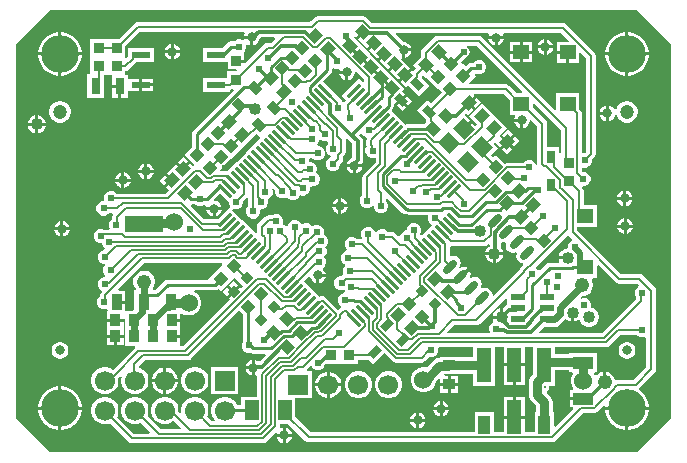
<source format=gbr>
G04*
G04 #@! TF.GenerationSoftware,Altium Limited,Altium Designer,24.0.1 (36)*
G04*
G04 Layer_Physical_Order=1*
G04 Layer_Color=255*
%FSLAX25Y25*%
%MOIN*%
G70*
G04*
G04 #@! TF.SameCoordinates,BD3E70BB-0697-4B71-9AF7-6C14A59E7EE9*
G04*
G04*
G04 #@! TF.FilePolarity,Positive*
G04*
G01*
G75*
%ADD11C,0.01000*%
%ADD15C,0.00600*%
G04:AMPARAMS|DCode=20|XSize=35.43mil|YSize=33.47mil|CornerRadius=0mil|HoleSize=0mil|Usage=FLASHONLY|Rotation=225.000|XOffset=0mil|YOffset=0mil|HoleType=Round|Shape=Rectangle|*
%AMROTATEDRECTD20*
4,1,4,0.00070,0.02436,0.02436,0.00070,-0.00070,-0.02436,-0.02436,-0.00070,0.00070,0.02436,0.0*
%
%ADD20ROTATEDRECTD20*%

G04:AMPARAMS|DCode=21|XSize=39.37mil|YSize=35.43mil|CornerRadius=0mil|HoleSize=0mil|Usage=FLASHONLY|Rotation=225.000|XOffset=0mil|YOffset=0mil|HoleType=Round|Shape=Rectangle|*
%AMROTATEDRECTD21*
4,1,4,0.00139,0.02645,0.02645,0.00139,-0.00139,-0.02645,-0.02645,-0.00139,0.00139,0.02645,0.0*
%
%ADD21ROTATEDRECTD21*%

G04:AMPARAMS|DCode=22|XSize=23.62mil|YSize=39.37mil|CornerRadius=0mil|HoleSize=0mil|Usage=FLASHONLY|Rotation=315.000|XOffset=0mil|YOffset=0mil|HoleType=Round|Shape=Rectangle|*
%AMROTATEDRECTD22*
4,1,4,-0.02227,-0.00557,0.00557,0.02227,0.02227,0.00557,-0.00557,-0.02227,-0.02227,-0.00557,0.0*
%
%ADD22ROTATEDRECTD22*%

G04:AMPARAMS|DCode=23|XSize=58.07mil|YSize=11.81mil|CornerRadius=0mil|HoleSize=0mil|Usage=FLASHONLY|Rotation=225.000|XOffset=0mil|YOffset=0mil|HoleType=Round|Shape=Rectangle|*
%AMROTATEDRECTD23*
4,1,4,0.01636,0.02471,0.02471,0.01636,-0.01636,-0.02471,-0.02471,-0.01636,0.01636,0.02471,0.0*
%
%ADD23ROTATEDRECTD23*%

G04:AMPARAMS|DCode=24|XSize=58.07mil|YSize=11.81mil|CornerRadius=0mil|HoleSize=0mil|Usage=FLASHONLY|Rotation=315.000|XOffset=0mil|YOffset=0mil|HoleType=Round|Shape=Rectangle|*
%AMROTATEDRECTD24*
4,1,4,-0.02471,0.01636,-0.01636,0.02471,0.02471,-0.01636,0.01636,-0.02471,-0.02471,0.01636,0.0*
%
%ADD24ROTATEDRECTD24*%

%ADD25R,0.05354X0.04842*%
%ADD26R,0.04724X0.02362*%
%ADD27R,0.03740X0.05709*%
%ADD28R,0.12795X0.05709*%
G04:AMPARAMS|DCode=29|XSize=39.37mil|YSize=35.43mil|CornerRadius=0mil|HoleSize=0mil|Usage=FLASHONLY|Rotation=135.000|XOffset=0mil|YOffset=0mil|HoleType=Round|Shape=Rectangle|*
%AMROTATEDRECTD29*
4,1,4,0.02645,-0.00139,0.00139,-0.02645,-0.02645,0.00139,-0.00139,0.02645,0.02645,-0.00139,0.0*
%
%ADD29ROTATEDRECTD29*%

%ADD30R,0.04528X0.06693*%
%ADD31R,0.02953X0.03937*%
%ADD32R,0.03543X0.03347*%
%ADD33C,0.00787*%
%ADD34R,0.04921X0.11299*%
%ADD35R,0.04134X0.06221*%
G04:AMPARAMS|DCode=36|XSize=23.62mil|YSize=57.09mil|CornerRadius=0mil|HoleSize=0mil|Usage=FLASHONLY|Rotation=135.000|XOffset=0mil|YOffset=0mil|HoleType=Round|Shape=Round|*
%AMOVALD36*
21,1,0.03347,0.02362,0.00000,0.00000,225.0*
1,1,0.02362,0.01183,0.01183*
1,1,0.02362,-0.01183,-0.01183*
%
%ADD36OVALD36*%

G04:AMPARAMS|DCode=37|XSize=23.62mil|YSize=39.37mil|CornerRadius=0mil|HoleSize=0mil|Usage=FLASHONLY|Rotation=45.000|XOffset=0mil|YOffset=0mil|HoleType=Round|Shape=Rectangle|*
%AMROTATEDRECTD37*
4,1,4,0.00557,-0.02227,-0.02227,0.00557,-0.00557,0.02227,0.02227,-0.00557,0.00557,-0.02227,0.0*
%
%ADD37ROTATEDRECTD37*%

G04:AMPARAMS|DCode=38|XSize=55.12mil|YSize=47.24mil|CornerRadius=0mil|HoleSize=0mil|Usage=FLASHONLY|Rotation=135.000|XOffset=0mil|YOffset=0mil|HoleType=Round|Shape=Rectangle|*
%AMROTATEDRECTD38*
4,1,4,0.03619,-0.00278,0.00278,-0.03619,-0.03619,0.00278,-0.00278,0.03619,0.03619,-0.00278,0.0*
%
%ADD38ROTATEDRECTD38*%

G04:AMPARAMS|DCode=39|XSize=35.43mil|YSize=33.47mil|CornerRadius=0mil|HoleSize=0mil|Usage=FLASHONLY|Rotation=135.000|XOffset=0mil|YOffset=0mil|HoleType=Round|Shape=Rectangle|*
%AMROTATEDRECTD39*
4,1,4,0.02436,-0.00070,0.00070,-0.02436,-0.02436,0.00070,-0.00070,0.02436,0.02436,-0.00070,0.0*
%
%ADD39ROTATEDRECTD39*%

G04:AMPARAMS|DCode=40|XSize=39.37mil|YSize=29.53mil|CornerRadius=0mil|HoleSize=0mil|Usage=FLASHONLY|Rotation=135.000|XOffset=0mil|YOffset=0mil|HoleType=Round|Shape=Rectangle|*
%AMROTATEDRECTD40*
4,1,4,0.02436,-0.00348,0.00348,-0.02436,-0.02436,0.00348,-0.00348,0.02436,0.02436,-0.00348,0.0*
%
%ADD40ROTATEDRECTD40*%

%ADD41R,0.03150X0.05512*%
%ADD42R,0.06300X0.02200*%
%ADD43R,0.03543X0.03937*%
%ADD44R,0.03937X0.03543*%
%ADD45R,0.06890X0.03937*%
%ADD46R,0.03347X0.03543*%
%ADD82C,0.00800*%
%ADD83P,0.04454X4X270.0*%
%ADD84P,0.04454X4X180.0*%
%ADD85C,0.01200*%
%ADD86C,0.02000*%
%ADD87C,0.02400*%
%ADD88C,0.03000*%
%ADD89C,0.12598*%
%ADD90C,0.06693*%
%ADD91R,0.06693X0.06693*%
%ADD92C,0.03200*%
%ADD93C,0.02400*%
%ADD94C,0.04000*%
%ADD95C,0.04800*%
%ADD96C,0.06000*%
%ADD97C,0.04724*%
%ADD98C,0.03150*%
G36*
X219268Y137296D02*
Y12310D01*
X208163Y1204D01*
X12310D01*
X1204Y12310D01*
Y137296D01*
X12310Y148402D01*
X208163D01*
X219268Y137296D01*
D02*
G37*
%LPC*%
G36*
X116902Y146403D02*
X101620D01*
X100996Y146279D01*
X100467Y145925D01*
X99311Y144770D01*
X99244Y144725D01*
X99001Y144482D01*
X41627D01*
X41627Y144482D01*
X41002Y144358D01*
X40473Y144004D01*
X35265Y138796D01*
X31772D01*
Y138810D01*
X25828D01*
Y133208D01*
X25828Y133064D01*
Y132708D01*
X25828Y132564D01*
Y127056D01*
X24890D01*
Y119144D01*
X30439D01*
Y126961D01*
X31628D01*
Y126947D01*
X32699D01*
X33161Y126856D01*
X33161Y126447D01*
Y123600D01*
X35735D01*
Y123100D01*
X36235D01*
Y119344D01*
X38310D01*
Y121060D01*
X38550Y121460D01*
X38810Y121460D01*
X42200D01*
Y123560D01*
Y125660D01*
X38810D01*
X38550Y125660D01*
X38310Y126061D01*
Y126856D01*
X38034D01*
X37572Y126947D01*
X37572Y127356D01*
Y128189D01*
X38196Y128313D01*
X38725Y128667D01*
X41104Y131045D01*
X41247Y131260D01*
X47050D01*
Y135860D01*
X38350D01*
Y133018D01*
X38332Y132927D01*
X37900Y132633D01*
X37572Y132768D01*
Y133050D01*
X37572Y133194D01*
Y136489D01*
X42302Y141220D01*
X77071D01*
X77360Y140720D01*
X77177Y140404D01*
X77042Y139900D01*
X79600D01*
Y139400D01*
X80100D01*
Y136842D01*
X80604Y136977D01*
X81196Y137320D01*
X81681Y137804D01*
X82023Y138396D01*
X82129Y138792D01*
X82701Y139365D01*
X87197D01*
X87389Y138903D01*
X86025Y137539D01*
X85058D01*
X84433Y137415D01*
X83904Y137062D01*
X77634Y130791D01*
X77247Y130951D01*
X74400D01*
Y131951D01*
X77172D01*
Y134124D01*
X77172Y134124D01*
X77172D01*
X77118Y134624D01*
X77435Y134941D01*
X77800Y135823D01*
Y136777D01*
X77755Y136885D01*
X78152Y137234D01*
X78596Y136977D01*
X79100Y136842D01*
Y138900D01*
X77042D01*
X77097Y138695D01*
X76952Y138540D01*
X76666Y138373D01*
X75877Y138700D01*
X74923D01*
X74041Y138335D01*
X73739Y138033D01*
X72690D01*
X72026Y137901D01*
X71464Y137526D01*
X69799Y135860D01*
X63550D01*
Y131260D01*
X71628D01*
Y128778D01*
X74426D01*
X74694Y128278D01*
X74656Y128222D01*
X71428D01*
Y125860D01*
X63550D01*
Y121260D01*
X72250D01*
Y121929D01*
X72513D01*
X73137Y122053D01*
X73564Y122338D01*
X73883Y121950D01*
X60215Y108282D01*
X59839Y107719D01*
X59707Y107056D01*
Y103399D01*
X59812Y102868D01*
Y102724D01*
X57343Y100254D01*
X60528Y97069D01*
X60365Y96554D01*
X60019Y96479D01*
X59126Y97373D01*
X57026Y95274D01*
X56673Y95627D01*
X56319Y95274D01*
X54360Y97233D01*
X52614Y95488D01*
X52664Y95438D01*
X51367Y94140D01*
X53326Y92181D01*
X52973Y91827D01*
X53326Y91474D01*
X51227Y89375D01*
X52095Y88507D01*
X50920Y87331D01*
X34563D01*
X34159Y87735D01*
X33277Y88100D01*
X32323D01*
X31440Y87735D01*
X30765Y87059D01*
X30400Y86177D01*
Y85223D01*
X30403Y85216D01*
X30125Y84800D01*
X29823D01*
X28940Y84435D01*
X28265Y83759D01*
X27900Y82877D01*
Y81923D01*
X28265Y81041D01*
X28940Y80365D01*
X29823Y80000D01*
X30777D01*
X31659Y80365D01*
X32063Y80769D01*
X33122D01*
X33389Y80269D01*
X33293Y80124D01*
X33169Y79500D01*
Y78746D01*
X33141Y78735D01*
X32465Y78060D01*
X32100Y77177D01*
Y76223D01*
X32262Y75831D01*
X31928Y75330D01*
X30547D01*
X29828Y75628D01*
X28873D01*
X27991Y75263D01*
X27316Y74588D01*
X26950Y73706D01*
Y72751D01*
X27316Y71869D01*
X27991Y71194D01*
X28873Y70828D01*
X29601D01*
Y70622D01*
X29966Y69740D01*
X30588Y69118D01*
X30550Y68866D01*
X30435Y68618D01*
X30319D01*
X29437Y68253D01*
X28762Y67578D01*
X28397Y66695D01*
Y65741D01*
X28762Y64859D01*
X29437Y64183D01*
X30319Y63818D01*
X30594D01*
X30785Y63356D01*
X30577Y63148D01*
X30211Y62266D01*
Y61311D01*
X30577Y60429D01*
X30904Y60102D01*
X30696Y59602D01*
X30319D01*
X29437Y59237D01*
X28762Y58562D01*
X28397Y57680D01*
Y56725D01*
X28762Y55843D01*
X29437Y55168D01*
X29557Y55118D01*
X29612Y54554D01*
X29313Y54107D01*
X29189Y53483D01*
Y53157D01*
X29155Y53142D01*
X28480Y52467D01*
X28114Y51585D01*
Y50630D01*
X28480Y49748D01*
X29155Y49073D01*
X30037Y48708D01*
X30992D01*
X31298Y48835D01*
X31714Y48557D01*
Y48068D01*
X31379D01*
Y45600D01*
X34150D01*
X36922D01*
Y46900D01*
X36968Y46946D01*
X37453Y46772D01*
X37478Y46749D01*
Y41932D01*
Y36531D01*
X40712D01*
X40863Y36031D01*
X40747Y35954D01*
X33453Y28660D01*
X32455Y29237D01*
X31299Y29546D01*
X30101D01*
X28945Y29237D01*
X27908Y28638D01*
X27062Y27792D01*
X26463Y26755D01*
X26154Y25599D01*
Y24401D01*
X26463Y23245D01*
X27062Y22208D01*
X27908Y21362D01*
X28945Y20763D01*
X30101Y20454D01*
X31299D01*
X32455Y20763D01*
X33492Y21362D01*
X34338Y22208D01*
X34937Y23245D01*
X35246Y24401D01*
Y25599D01*
X35196Y25789D01*
X35867Y26460D01*
X36315Y26201D01*
X36154Y25599D01*
Y24401D01*
X36463Y23245D01*
X37062Y22208D01*
X37908Y21362D01*
X38945Y20763D01*
X40101Y20454D01*
X41299D01*
X42455Y20763D01*
X43492Y21362D01*
X44338Y22208D01*
X44937Y23245D01*
X45246Y24401D01*
Y25599D01*
X44937Y26755D01*
X44338Y27792D01*
X43492Y28638D01*
X42455Y29237D01*
X42155Y29317D01*
X42066Y29859D01*
X43976Y31769D01*
X58300D01*
X58924Y31893D01*
X59453Y32247D01*
X75564Y48357D01*
X76779Y47143D01*
Y37850D01*
X76500Y37177D01*
Y36223D01*
X76865Y35340D01*
X77540Y34665D01*
X78423Y34300D01*
X79221D01*
X79523Y34099D01*
X80186Y33967D01*
X84083D01*
X84274Y33505D01*
X82287Y31518D01*
X81558D01*
X81204Y31723D01*
X80700Y31858D01*
Y29300D01*
Y26742D01*
X80869Y26787D01*
X81369Y26422D01*
Y19646D01*
X76224D01*
Y16833D01*
X74891D01*
X74338Y17792D01*
X73492Y18638D01*
X72455Y19237D01*
X71299Y19546D01*
X70101D01*
X68945Y19237D01*
X67908Y18638D01*
X67062Y17792D01*
X66463Y16755D01*
X66154Y15599D01*
Y14401D01*
X66463Y13245D01*
X67062Y12208D01*
X67277Y11993D01*
X67086Y11531D01*
X66476D01*
X64873Y13134D01*
X64937Y13245D01*
X65246Y14401D01*
Y15599D01*
X64937Y16755D01*
X64338Y17792D01*
X63492Y18638D01*
X62455Y19237D01*
X61299Y19546D01*
X60101D01*
X58945Y19237D01*
X57908Y18638D01*
X57062Y17792D01*
X56463Y16755D01*
X56154Y15599D01*
Y14461D01*
X55873Y14239D01*
X55743Y14164D01*
X55247Y14661D01*
Y15599D01*
X54937Y16755D01*
X54338Y17792D01*
X53492Y18638D01*
X52455Y19237D01*
X51299Y19546D01*
X50101D01*
X48945Y19237D01*
X47908Y18638D01*
X47062Y17792D01*
X46463Y16755D01*
X46154Y15599D01*
Y14401D01*
X46463Y13245D01*
X47062Y12208D01*
X47908Y11362D01*
X48945Y10763D01*
X50101Y10454D01*
X51299D01*
X52455Y10763D01*
X53492Y11362D01*
X53711Y11582D01*
X56100Y9193D01*
X55908Y8731D01*
X49276D01*
X44873Y13134D01*
X44937Y13245D01*
X45246Y14401D01*
Y15599D01*
X44937Y16755D01*
X44338Y17792D01*
X43492Y18638D01*
X42455Y19237D01*
X41299Y19546D01*
X40101D01*
X38945Y19237D01*
X37908Y18638D01*
X37062Y17792D01*
X36463Y16755D01*
X36154Y15599D01*
Y14401D01*
X36463Y13245D01*
X37062Y12208D01*
X37908Y11362D01*
X38945Y10763D01*
X40101Y10453D01*
X41299D01*
X42455Y10763D01*
X42566Y10827D01*
X45600Y7793D01*
X45408Y7331D01*
X40376D01*
X34763Y12944D01*
X34937Y13245D01*
X35246Y14401D01*
Y15599D01*
X34937Y16755D01*
X34338Y17792D01*
X33492Y18638D01*
X32455Y19237D01*
X31299Y19546D01*
X30101D01*
X28945Y19237D01*
X27908Y18638D01*
X27062Y17792D01*
X26463Y16755D01*
X26154Y15599D01*
Y14401D01*
X26463Y13245D01*
X27062Y12208D01*
X27908Y11362D01*
X28945Y10763D01*
X30101Y10453D01*
X31299D01*
X32356Y10737D01*
X38546Y4546D01*
X39076Y4193D01*
X39700Y4069D01*
X83300D01*
X83924Y4193D01*
X84453Y4546D01*
X87541Y7634D01*
X87989Y7375D01*
X87942Y7200D01*
X90000D01*
Y9258D01*
X89496Y9123D01*
X89410Y9073D01*
X88992Y9409D01*
X89079Y9848D01*
Y10554D01*
X91869D01*
X97466Y4956D01*
X97995Y4602D01*
X98620Y4478D01*
X179681D01*
X180305Y4602D01*
X180835Y4956D01*
X190192Y14313D01*
X193645D01*
X193803Y14345D01*
X193965Y14345D01*
X194378Y14428D01*
X194524Y14488D01*
X194678Y14518D01*
X194815Y14609D01*
X194966Y14672D01*
X195078Y14783D01*
X195209Y14870D01*
X197001Y16649D01*
X197425Y16366D01*
Y16248D01*
X212024D01*
Y16467D01*
X211743Y17877D01*
X211193Y19206D01*
X210394Y20401D01*
X209377Y21418D01*
X208720Y21857D01*
Y22357D01*
X208854Y22446D01*
X213953Y27547D01*
X214307Y28076D01*
X214431Y28700D01*
Y54957D01*
X214307Y55582D01*
X213953Y56111D01*
X209986Y60079D01*
X209456Y60432D01*
X208832Y60557D01*
X202750D01*
X188231Y75076D01*
Y76281D01*
X194777D01*
Y83523D01*
X190254D01*
Y88196D01*
X190130Y88820D01*
X189810Y89300D01*
X189857Y89491D01*
X190033Y89800D01*
X190677D01*
X191560Y90165D01*
X192235Y90841D01*
X192600Y91723D01*
Y92677D01*
X192235Y93559D01*
X191560Y94235D01*
X190677Y94600D01*
X190107D01*
X189703Y95004D01*
Y95754D01*
X190119Y96031D01*
X190194Y96000D01*
X191149D01*
X192031Y96365D01*
X192706Y97040D01*
X193072Y97923D01*
Y98632D01*
X193853Y99414D01*
X194207Y99943D01*
X194331Y100567D01*
Y133215D01*
X194207Y133839D01*
X193853Y134368D01*
X184468Y143754D01*
X183939Y144107D01*
X183315Y144231D01*
X119750D01*
X118056Y145925D01*
X117526Y146279D01*
X116902Y146403D01*
D02*
G37*
G36*
X53700Y137158D02*
Y135100D01*
X55758D01*
X55623Y135604D01*
X55281Y136196D01*
X54796Y136680D01*
X54204Y137023D01*
X53700Y137158D01*
D02*
G37*
G36*
X52700D02*
X52196Y137023D01*
X51604Y136680D01*
X51120Y136196D01*
X50777Y135604D01*
X50642Y135100D01*
X52700D01*
Y137158D01*
D02*
G37*
G36*
X205443Y141157D02*
X205224D01*
Y134358D01*
X212024D01*
Y134577D01*
X211743Y135987D01*
X211193Y137316D01*
X210394Y138511D01*
X209377Y139528D01*
X208182Y140327D01*
X206854Y140877D01*
X205443Y141157D01*
D02*
G37*
G36*
X204224D02*
X204006D01*
X202595Y140877D01*
X201267Y140327D01*
X200071Y139528D01*
X199055Y138511D01*
X198256Y137316D01*
X197706Y135987D01*
X197425Y134577D01*
Y134358D01*
X204224D01*
Y141157D01*
D02*
G37*
G36*
X16467D02*
X16248D01*
Y134358D01*
X23047D01*
Y134577D01*
X22767Y135987D01*
X22217Y137316D01*
X21418Y138511D01*
X20401Y139528D01*
X19206Y140327D01*
X17877Y140877D01*
X16467Y141157D01*
D02*
G37*
G36*
X15248D02*
X15029D01*
X13619Y140877D01*
X12291Y140327D01*
X11095Y139528D01*
X10078Y138511D01*
X9280Y137316D01*
X8729Y135987D01*
X8449Y134577D01*
Y134358D01*
X15248D01*
Y141157D01*
D02*
G37*
G36*
X55758Y134100D02*
X53700D01*
Y132042D01*
X54204Y132177D01*
X54796Y132519D01*
X55281Y133004D01*
X55623Y133596D01*
X55758Y134100D01*
D02*
G37*
G36*
X52700D02*
X50642D01*
X50777Y133596D01*
X51120Y133004D01*
X51604Y132519D01*
X52196Y132177D01*
X52700Y132042D01*
Y134100D01*
D02*
G37*
G36*
X212024Y133358D02*
X205224D01*
Y126559D01*
X205443D01*
X206854Y126840D01*
X208182Y127390D01*
X209377Y128189D01*
X210394Y129205D01*
X211193Y130401D01*
X211743Y131729D01*
X212024Y133139D01*
Y133358D01*
D02*
G37*
G36*
X204224D02*
X197425D01*
Y133139D01*
X197706Y131729D01*
X198256Y130401D01*
X199055Y129205D01*
X200071Y128189D01*
X201267Y127390D01*
X202595Y126840D01*
X204006Y126559D01*
X204224D01*
Y133358D01*
D02*
G37*
G36*
X23047D02*
X16248D01*
Y126559D01*
X16467D01*
X17877Y126840D01*
X19206Y127390D01*
X20401Y128189D01*
X21418Y129205D01*
X22217Y130401D01*
X22767Y131729D01*
X23047Y133139D01*
Y133358D01*
D02*
G37*
G36*
X15248D02*
X8449D01*
Y133139D01*
X8729Y131729D01*
X9280Y130401D01*
X10078Y129205D01*
X11095Y128189D01*
X12291Y127390D01*
X13619Y126840D01*
X15029Y126559D01*
X15248D01*
Y133358D01*
D02*
G37*
G36*
X43200Y125660D02*
Y124060D01*
X46850D01*
Y125660D01*
X43200D01*
D02*
G37*
G36*
X46850Y123060D02*
X43200D01*
Y121460D01*
X46850D01*
Y123060D01*
D02*
G37*
G36*
X35235Y122600D02*
X33161D01*
Y119344D01*
X35235D01*
Y122600D01*
D02*
G37*
G36*
X205193Y118129D02*
X204255D01*
X203349Y117886D01*
X202537Y117417D01*
X201874Y116754D01*
X201405Y115942D01*
X201162Y115036D01*
Y115022D01*
X200662Y114957D01*
X200623Y115104D01*
X200280Y115696D01*
X199796Y116181D01*
X199204Y116523D01*
X198700Y116658D01*
Y114100D01*
Y111542D01*
X199204Y111677D01*
X199796Y112020D01*
X200280Y112504D01*
X200623Y113096D01*
X200768Y113638D01*
X201278Y113666D01*
X201405Y113192D01*
X201874Y112380D01*
X202537Y111716D01*
X203349Y111248D01*
X204255Y111005D01*
X205193D01*
X206099Y111248D01*
X206912Y111716D01*
X207575Y112380D01*
X208044Y113192D01*
X208287Y114098D01*
Y115036D01*
X208044Y115942D01*
X207575Y116754D01*
X206912Y117417D01*
X206099Y117886D01*
X205193Y118129D01*
D02*
G37*
G36*
X197700Y116658D02*
X197196Y116523D01*
X196604Y116181D01*
X196119Y115696D01*
X195777Y115104D01*
X195642Y114600D01*
X197700D01*
Y116658D01*
D02*
G37*
G36*
Y113600D02*
X195642D01*
X195777Y113096D01*
X196119Y112504D01*
X196604Y112020D01*
X197196Y111677D01*
X197700Y111542D01*
Y113600D01*
D02*
G37*
G36*
X16217Y118129D02*
X15279D01*
X14373Y117886D01*
X13561Y117417D01*
X12898Y116754D01*
X12429Y115942D01*
X12186Y115036D01*
Y114098D01*
X12429Y113192D01*
X12898Y112380D01*
X13561Y111716D01*
X14373Y111248D01*
X15279Y111005D01*
X16217D01*
X17123Y111248D01*
X17935Y111716D01*
X18598Y112380D01*
X19068Y113192D01*
X19310Y114098D01*
Y115036D01*
X19068Y115942D01*
X18598Y116754D01*
X17935Y117417D01*
X17123Y117886D01*
X16217Y118129D01*
D02*
G37*
G36*
X8500Y113372D02*
Y110900D01*
X10972D01*
X10796Y111558D01*
X10401Y112242D01*
X9842Y112801D01*
X9158Y113196D01*
X8500Y113372D01*
D02*
G37*
G36*
X7500D02*
X6842Y113196D01*
X6158Y112801D01*
X5599Y112242D01*
X5204Y111558D01*
X5028Y110900D01*
X7500D01*
Y113372D01*
D02*
G37*
G36*
X10972Y109900D02*
X8500D01*
Y107428D01*
X9158Y107604D01*
X9842Y107999D01*
X10401Y108558D01*
X10796Y109242D01*
X10972Y109900D01*
D02*
G37*
G36*
X7500D02*
X5028D01*
X5204Y109242D01*
X5599Y108558D01*
X6158Y107999D01*
X6842Y107604D01*
X7500Y107428D01*
Y109900D01*
D02*
G37*
G36*
X56812Y99686D02*
X55067Y97940D01*
X56673Y96334D01*
X58418Y98080D01*
X56812Y99686D01*
D02*
G37*
G36*
X44900Y97258D02*
Y95200D01*
X46958D01*
X46823Y95704D01*
X46481Y96296D01*
X45996Y96781D01*
X45404Y97123D01*
X44900Y97258D01*
D02*
G37*
G36*
X43900D02*
X43396Y97123D01*
X42804Y96781D01*
X42320Y96296D01*
X41977Y95704D01*
X41842Y95200D01*
X43900D01*
Y97258D01*
D02*
G37*
G36*
X37200Y94358D02*
Y92300D01*
X39258D01*
X39123Y92804D01*
X38781Y93396D01*
X38296Y93880D01*
X37704Y94223D01*
X37200Y94358D01*
D02*
G37*
G36*
X36200D02*
X35696Y94223D01*
X35104Y93880D01*
X34620Y93396D01*
X34277Y92804D01*
X34142Y92300D01*
X36200D01*
Y94358D01*
D02*
G37*
G36*
X46958Y94200D02*
X44900D01*
Y92142D01*
X45404Y92277D01*
X45996Y92620D01*
X46481Y93104D01*
X46823Y93696D01*
X46958Y94200D01*
D02*
G37*
G36*
X43900D02*
X41842D01*
X41977Y93696D01*
X42320Y93104D01*
X42804Y92620D01*
X43396Y92277D01*
X43900Y92142D01*
Y94200D01*
D02*
G37*
G36*
X50660Y93433D02*
X48914Y91688D01*
X50520Y90082D01*
X52266Y91827D01*
X50660Y93433D01*
D02*
G37*
G36*
X39258Y91300D02*
X37200D01*
Y89242D01*
X37704Y89377D01*
X38296Y89719D01*
X38781Y90204D01*
X39123Y90796D01*
X39258Y91300D01*
D02*
G37*
G36*
X36200D02*
X34142D01*
X34277Y90796D01*
X34620Y90204D01*
X35104Y89719D01*
X35696Y89377D01*
X36200Y89242D01*
Y91300D01*
D02*
G37*
G36*
X204500Y88258D02*
Y86200D01*
X206558D01*
X206423Y86704D01*
X206081Y87296D01*
X205596Y87780D01*
X205004Y88123D01*
X204500Y88258D01*
D02*
G37*
G36*
X203500D02*
X202996Y88123D01*
X202404Y87780D01*
X201920Y87296D01*
X201577Y86704D01*
X201442Y86200D01*
X203500D01*
Y88258D01*
D02*
G37*
G36*
X206558Y85200D02*
X204500D01*
Y83142D01*
X205004Y83277D01*
X205596Y83619D01*
X206081Y84104D01*
X206423Y84696D01*
X206558Y85200D01*
D02*
G37*
G36*
X203500D02*
X201442D01*
X201577Y84696D01*
X201920Y84104D01*
X202404Y83619D01*
X202996Y83277D01*
X203500Y83142D01*
Y85200D01*
D02*
G37*
G36*
X204600Y79058D02*
Y77000D01*
X206658D01*
X206523Y77504D01*
X206181Y78096D01*
X205696Y78580D01*
X205104Y78923D01*
X204600Y79058D01*
D02*
G37*
G36*
X203600D02*
X203096Y78923D01*
X202504Y78580D01*
X202020Y78096D01*
X201677Y77504D01*
X201542Y77000D01*
X203600D01*
Y79058D01*
D02*
G37*
G36*
X16900Y78158D02*
Y76100D01*
X18958D01*
X18823Y76604D01*
X18481Y77196D01*
X17996Y77680D01*
X17404Y78023D01*
X16900Y78158D01*
D02*
G37*
G36*
X15900D02*
X15396Y78023D01*
X14804Y77680D01*
X14320Y77196D01*
X13977Y76604D01*
X13842Y76100D01*
X15900D01*
Y78158D01*
D02*
G37*
G36*
X206658Y76000D02*
X204600D01*
Y73942D01*
X205104Y74077D01*
X205696Y74419D01*
X206181Y74904D01*
X206523Y75496D01*
X206658Y76000D01*
D02*
G37*
G36*
X203600D02*
X201542D01*
X201677Y75496D01*
X202020Y74904D01*
X202504Y74419D01*
X203096Y74077D01*
X203600Y73942D01*
Y76000D01*
D02*
G37*
G36*
X18958Y75100D02*
X16900D01*
Y73042D01*
X17404Y73177D01*
X17996Y73519D01*
X18481Y74004D01*
X18823Y74596D01*
X18958Y75100D01*
D02*
G37*
G36*
X15900D02*
X13842D01*
X13977Y74596D01*
X14320Y74004D01*
X14804Y73519D01*
X15396Y73177D01*
X15900Y73042D01*
Y75100D01*
D02*
G37*
G36*
X36922Y44600D02*
X34150D01*
X31379D01*
Y42132D01*
Y40200D01*
X34150D01*
X36922D01*
Y42132D01*
Y44600D01*
D02*
G37*
G36*
Y39200D02*
X34650D01*
Y36731D01*
X36922D01*
Y39200D01*
D02*
G37*
G36*
X33650D02*
X31379D01*
Y36731D01*
X33650D01*
Y39200D01*
D02*
G37*
G36*
X16113Y37814D02*
X15383D01*
X14677Y37625D01*
X14044Y37260D01*
X13528Y36743D01*
X13162Y36110D01*
X12973Y35405D01*
Y34674D01*
X13162Y33968D01*
X13528Y33336D01*
X14044Y32819D01*
X14677Y32454D01*
X15383Y32265D01*
X16113D01*
X16819Y32454D01*
X17452Y32819D01*
X17968Y33336D01*
X18334Y33968D01*
X18523Y34674D01*
Y35405D01*
X18334Y36110D01*
X17968Y36743D01*
X17452Y37260D01*
X16819Y37625D01*
X16113Y37814D01*
D02*
G37*
G36*
X79700Y31858D02*
X79196Y31723D01*
X78604Y31381D01*
X78119Y30896D01*
X77777Y30304D01*
X77642Y29800D01*
X79700D01*
Y31858D01*
D02*
G37*
G36*
Y28800D02*
X77642D01*
X77777Y28296D01*
X78119Y27704D01*
X78604Y27220D01*
X79196Y26877D01*
X79700Y26742D01*
Y28800D01*
D02*
G37*
G36*
X51272Y29346D02*
X51200D01*
Y25500D01*
X55046D01*
Y25572D01*
X54750Y26678D01*
X54178Y27669D01*
X53369Y28478D01*
X52378Y29050D01*
X51272Y29346D01*
D02*
G37*
G36*
X50200D02*
X50128D01*
X49022Y29050D01*
X48031Y28478D01*
X47222Y27669D01*
X46650Y26678D01*
X46354Y25572D01*
Y25500D01*
X50200D01*
Y29346D01*
D02*
G37*
G36*
X55046Y24500D02*
X51200D01*
Y20653D01*
X51272D01*
X52378Y20950D01*
X53369Y21522D01*
X54178Y22331D01*
X54750Y23322D01*
X55046Y24428D01*
Y24500D01*
D02*
G37*
G36*
X50200D02*
X46354D01*
Y24428D01*
X46650Y23322D01*
X47222Y22331D01*
X48031Y21522D01*
X49022Y20950D01*
X50128Y20653D01*
X50200D01*
Y24500D01*
D02*
G37*
G36*
X75247Y29546D02*
X66154D01*
Y20454D01*
X75247D01*
Y29546D01*
D02*
G37*
G36*
X61299D02*
X60101D01*
X58945Y29237D01*
X57908Y28638D01*
X57062Y27792D01*
X56463Y26755D01*
X56154Y25599D01*
Y24401D01*
X56463Y23245D01*
X57062Y22208D01*
X57908Y21362D01*
X58945Y20763D01*
X60101Y20454D01*
X61299D01*
X62455Y20763D01*
X63492Y21362D01*
X64338Y22208D01*
X64937Y23245D01*
X65246Y24401D01*
Y25599D01*
X64937Y26755D01*
X64338Y27792D01*
X63492Y28638D01*
X62455Y29237D01*
X61299Y29546D01*
D02*
G37*
G36*
X16467Y23047D02*
X16248D01*
Y16248D01*
X23047D01*
Y16467D01*
X22767Y17877D01*
X22217Y19206D01*
X21418Y20401D01*
X20401Y21418D01*
X19206Y22217D01*
X17877Y22767D01*
X16467Y23047D01*
D02*
G37*
G36*
X15248D02*
X15029D01*
X13619Y22767D01*
X12291Y22217D01*
X11095Y21418D01*
X10078Y20401D01*
X9280Y19206D01*
X8729Y17877D01*
X8449Y16467D01*
Y16248D01*
X15248D01*
Y23047D01*
D02*
G37*
G36*
X212024Y15248D02*
X205224D01*
Y8449D01*
X205443D01*
X206854Y8729D01*
X208182Y9280D01*
X209377Y10078D01*
X210394Y11095D01*
X211193Y12291D01*
X211743Y13619D01*
X212024Y15029D01*
Y15248D01*
D02*
G37*
G36*
X204224D02*
X197425D01*
Y15029D01*
X197706Y13619D01*
X198256Y12291D01*
X199055Y11095D01*
X200071Y10078D01*
X201267Y9280D01*
X202595Y8729D01*
X204006Y8449D01*
X204224D01*
Y15248D01*
D02*
G37*
G36*
X23047D02*
X16248D01*
Y8449D01*
X16467D01*
X17877Y8729D01*
X19206Y9280D01*
X20401Y10078D01*
X21418Y11095D01*
X22217Y12291D01*
X22767Y13619D01*
X23047Y15029D01*
Y15248D01*
D02*
G37*
G36*
X15248D02*
X8449D01*
Y15029D01*
X8729Y13619D01*
X9280Y12291D01*
X10078Y11095D01*
X11095Y10078D01*
X12291Y9280D01*
X13619Y8729D01*
X15029Y8449D01*
X15248D01*
Y15248D01*
D02*
G37*
G36*
X91000Y9258D02*
Y7200D01*
X93058D01*
X92923Y7704D01*
X92580Y8296D01*
X92096Y8781D01*
X91504Y9123D01*
X91000Y9258D01*
D02*
G37*
G36*
X93058Y6200D02*
X91000D01*
Y4142D01*
X91504Y4277D01*
X92096Y4620D01*
X92580Y5104D01*
X92923Y5696D01*
X93058Y6200D01*
D02*
G37*
G36*
X90000D02*
X87942D01*
X88077Y5696D01*
X88420Y5104D01*
X88904Y4620D01*
X89496Y4277D01*
X90000Y4142D01*
Y6200D01*
D02*
G37*
%LPD*%
G36*
X169912Y121381D02*
X169720Y120919D01*
X167930D01*
X165523Y123326D01*
X164994Y123680D01*
X164369Y123804D01*
X152260D01*
X152069Y124266D01*
X154290Y126488D01*
X154094Y126684D01*
X154226Y127260D01*
X154449Y127338D01*
X155023Y127100D01*
X155977D01*
X156860Y127465D01*
X157535Y128140D01*
X157900Y129023D01*
Y129977D01*
X157535Y130859D01*
X156860Y131535D01*
X155977Y131900D01*
X155023D01*
X154140Y131535D01*
X153571Y130965D01*
X152832D01*
X152169Y130833D01*
X151607Y130458D01*
X150964Y129815D01*
X150088Y130691D01*
X149946Y130549D01*
X149445Y131050D01*
X151199Y132804D01*
X151202Y132804D01*
X151798Y133202D01*
X152196Y133798D01*
X152335Y134500D01*
X152196Y135202D01*
X151798Y135798D01*
X151285Y136141D01*
X151321Y136515D01*
X151368Y136641D01*
X154653D01*
X169912Y121381D01*
D02*
G37*
G36*
X107523Y129000D02*
X108477D01*
X108600Y129051D01*
X108881Y128792D01*
X108966Y128661D01*
X108842Y128200D01*
X111400D01*
Y127700D01*
X111900D01*
Y125142D01*
X112404Y125277D01*
X112996Y125619D01*
X113480Y126104D01*
X113823Y126696D01*
X114000Y127358D01*
Y127858D01*
X114484Y128081D01*
X117070Y125495D01*
Y124870D01*
X116608Y124679D01*
X115474Y125813D01*
X109671Y120010D01*
X111175Y118505D01*
X110547Y117876D01*
X110065Y117829D01*
X109860Y118035D01*
X109731Y118088D01*
X109701Y118237D01*
X109347Y118766D01*
X108217Y119897D01*
X108329Y120010D01*
X103556Y124783D01*
X105986Y127214D01*
X106362Y127776D01*
X106494Y128439D01*
Y128885D01*
X106994Y129219D01*
X107523Y129000D01*
D02*
G37*
G36*
X165623Y118612D02*
Y113677D01*
X167356D01*
X167550Y113177D01*
X167277Y112704D01*
X167142Y112200D01*
X169700D01*
Y111700D01*
X170200D01*
Y109142D01*
X170704Y109277D01*
X171296Y109619D01*
X171781Y110104D01*
X172123Y110696D01*
X172300Y111358D01*
Y111740D01*
X172800Y111947D01*
X174869Y109878D01*
Y97037D01*
X174881Y96977D01*
X174400Y96831D01*
X174143Y97451D01*
X173468Y98126D01*
X172586Y98492D01*
X171631D01*
X170749Y98126D01*
X170244Y97621D01*
X164913D01*
X164328Y97505D01*
X164065Y97329D01*
X161045Y100348D01*
X160167Y99470D01*
X159416Y100221D01*
X161788Y102594D01*
X160446Y103936D01*
X160497Y104098D01*
X160690Y104201D01*
X161065Y104237D01*
X162402Y102900D01*
X164147Y104646D01*
X162294Y106499D01*
X162133Y106552D01*
X162123Y106621D01*
X164742Y109239D01*
X160539Y113442D01*
X156539Y117442D01*
X152058Y112961D01*
X154629Y110390D01*
Y110275D01*
X154227Y109872D01*
X153078Y111021D01*
X150700Y108643D01*
X149993Y109351D01*
X152371Y111728D01*
X150543Y113556D01*
X151145Y114157D01*
X151807Y113495D01*
X153552Y115241D01*
X151592Y117201D01*
X151946Y117554D01*
X151592Y117908D01*
X153691Y120007D01*
X153619Y120080D01*
X153810Y120542D01*
X163693D01*
X165623Y118612D01*
D02*
G37*
G36*
X82389Y106126D02*
X82354Y105641D01*
X80507Y103793D01*
X77723Y101010D01*
X75030Y98317D01*
X74939Y98226D01*
X74687Y97974D01*
D01*
X74596Y97882D01*
X71403Y94690D01*
X71191Y94732D01*
X70419D01*
X70379Y94740D01*
X69239D01*
X69048Y95202D01*
X69924Y96078D01*
X69874Y96128D01*
X72722Y98976D01*
X76282Y102537D01*
X76391Y102428D01*
X79490Y105527D01*
X79624Y105616D01*
X80896Y106888D01*
X81138Y107050D01*
X81302Y107213D01*
X82389Y106126D01*
D02*
G37*
G36*
X117081Y140674D02*
X115121Y138714D01*
X116268Y137566D01*
X116241Y137539D01*
X117987Y135794D01*
X119947Y137753D01*
X120653Y137047D01*
X118694Y135087D01*
X119741Y134039D01*
X121487Y132294D01*
X123447Y134254D01*
X124153Y133546D01*
X122194Y131587D01*
X123939Y129841D01*
X123966Y129868D01*
X125014Y128821D01*
X126974Y130781D01*
X127681Y130074D01*
X125721Y128114D01*
X126768Y127066D01*
X128514Y125321D01*
X130474Y127281D01*
X132433Y129241D01*
X130688Y130986D01*
X129458Y132216D01*
X129716Y132665D01*
X129800Y132642D01*
Y135200D01*
X130300D01*
Y135700D01*
X132858D01*
X132723Y136204D01*
X132380Y136796D01*
X131896Y137280D01*
X131304Y137623D01*
X130642Y137800D01*
X130296D01*
X127589Y140507D01*
X127780Y140969D01*
X158484D01*
X158773Y140469D01*
X158677Y140304D01*
X158542Y139800D01*
X163658D01*
X163523Y140304D01*
X163427Y140469D01*
X163716Y140969D01*
X182639D01*
X185322Y138285D01*
X185131Y137823D01*
X181323D01*
Y134902D01*
X185000D01*
Y134402D01*
X185500D01*
Y130981D01*
X188677D01*
Y134277D01*
X189139Y134468D01*
X191069Y132539D01*
Y101243D01*
X190626Y100800D01*
X190194D01*
X190119Y100769D01*
X189703Y101047D01*
Y114126D01*
X189579Y114751D01*
X189225Y115280D01*
X188877Y115628D01*
Y120819D01*
X181123D01*
Y115437D01*
X180661Y115246D01*
X156482Y139425D01*
X155953Y139779D01*
X155328Y139903D01*
X141674D01*
X141049Y139779D01*
X140520Y139425D01*
X136480Y135385D01*
X136126Y134856D01*
X136002Y134232D01*
Y132883D01*
X133431Y130312D01*
X134518Y129225D01*
X133551Y128258D01*
X133428Y128245D01*
X133141Y128533D01*
X131181Y126574D01*
X129221Y124614D01*
X130966Y122868D01*
X131660Y123562D01*
X135261Y119961D01*
X138628Y123329D01*
X136255Y125701D01*
X136335Y126104D01*
Y126428D01*
X136825Y126918D01*
X137912Y125831D01*
X138051Y125970D01*
X141709Y122312D01*
X142948Y121074D01*
X139271Y117397D01*
X138184Y118483D01*
X134817Y115116D01*
X137666Y112267D01*
Y111442D01*
X137748Y111029D01*
X137392Y110672D01*
X131883D01*
X131220Y110541D01*
X130936Y110351D01*
X129393Y111893D01*
X126317Y114969D01*
X126530Y115182D01*
X126905Y115744D01*
X127037Y116407D01*
Y117236D01*
X127499Y117427D01*
X127519Y117407D01*
X129061Y118949D01*
X130603Y120492D01*
X129738Y121357D01*
X130715Y122334D01*
X126234Y126815D01*
X122734Y130315D01*
X122707Y130288D01*
X119207Y133788D01*
X116587Y136407D01*
X116615Y136434D01*
X113671Y139377D01*
X113683Y139444D01*
X114224Y139611D01*
X114414Y139421D01*
X116374Y141381D01*
X117081Y140674D01*
D02*
G37*
G36*
X182641Y108652D02*
Y100791D01*
X182463Y100717D01*
X181976Y101057D01*
Y102706D01*
X178131D01*
Y110554D01*
X178007Y111178D01*
X177654Y111707D01*
X173377Y115984D01*
Y117262D01*
X173839Y117454D01*
X182641Y108652D01*
D02*
G37*
G36*
X116522Y107226D02*
X116552Y107154D01*
X117227Y106479D01*
X117791Y106245D01*
X117952Y105965D01*
X118019Y105686D01*
X117894Y105061D01*
Y103685D01*
X118008Y103115D01*
X117937Y103044D01*
X117572Y102162D01*
Y101208D01*
X117937Y100326D01*
X118612Y99650D01*
X119494Y99285D01*
X120449D01*
X120525Y99316D01*
X120940Y99038D01*
Y97756D01*
X117046Y93862D01*
X116693Y93333D01*
X116569Y92709D01*
Y86763D01*
X116165Y86360D01*
X115800Y85477D01*
Y84523D01*
X116165Y83640D01*
X116841Y82965D01*
X117723Y82600D01*
X118677D01*
X119560Y82965D01*
X119900Y83306D01*
X120400Y83099D01*
Y82723D01*
X120765Y81840D01*
X121440Y81165D01*
X122323Y80800D01*
X123277D01*
X124160Y81165D01*
X124835Y81840D01*
X125200Y82723D01*
Y83677D01*
X124835Y84560D01*
X124431Y84963D01*
Y85643D01*
X124893Y85834D01*
X129709Y81018D01*
X130272Y80642D01*
X130935Y80510D01*
X130970D01*
X131137Y80399D01*
X131800Y80267D01*
X138266D01*
X138544Y79851D01*
X138514Y79777D01*
Y78823D01*
X138879Y77941D01*
X139554Y77265D01*
X139557Y77264D01*
X139654Y76774D01*
X138901Y76021D01*
X138650Y75770D01*
X136396Y73516D01*
X135807Y73634D01*
X135738Y73800D01*
X136103Y74682D01*
Y75637D01*
X135738Y76519D01*
X135062Y77194D01*
X134180Y77560D01*
X133226D01*
X132343Y77194D01*
X131668Y76519D01*
X131303Y75637D01*
Y75045D01*
X130938D01*
X130056Y74679D01*
X129381Y74004D01*
X129060Y73231D01*
X128553Y73031D01*
X127430Y74154D01*
X126901Y74507D01*
X126277Y74631D01*
X124963D01*
X124559Y75035D01*
X123677Y75400D01*
X122723D01*
X121841Y75035D01*
X121336Y74531D01*
X120778Y74600D01*
X120762Y74610D01*
X120535Y75160D01*
X119860Y75835D01*
X118977Y76200D01*
X118023D01*
X117140Y75835D01*
X116465Y75160D01*
X116100Y74277D01*
Y73323D01*
X116393Y72615D01*
X116391Y72592D01*
X116147Y72176D01*
X116093Y72131D01*
X114763D01*
X114359Y72535D01*
X113477Y72900D01*
X112523D01*
X111641Y72535D01*
X110965Y71860D01*
X110600Y70977D01*
Y70023D01*
X110965Y69140D01*
X111340Y68766D01*
X111342Y68755D01*
X111194Y68205D01*
X110540Y67935D01*
X109865Y67260D01*
X109500Y66377D01*
Y65423D01*
X109865Y64540D01*
X110540Y63865D01*
X110707Y63797D01*
X110816Y63210D01*
X110365Y62760D01*
X110000Y61877D01*
Y60923D01*
X110191Y60462D01*
X110185Y60438D01*
X109841Y60000D01*
X109123D01*
X108240Y59635D01*
X107565Y58960D01*
X107200Y58077D01*
Y57123D01*
X107565Y56240D01*
X108240Y55565D01*
X109123Y55200D01*
X110077D01*
X110506Y55378D01*
X110729Y54840D01*
X110734Y54835D01*
X110527Y54335D01*
X110258D01*
X109376Y53970D01*
X108701Y53295D01*
X108335Y52412D01*
Y51458D01*
X108701Y50576D01*
X109327Y49949D01*
X109371Y49770D01*
X109356Y49367D01*
X109121Y49210D01*
X108527Y48617D01*
X106532Y50612D01*
X104581Y52563D01*
X104052Y52917D01*
X103428Y53041D01*
X102599D01*
X102165Y52955D01*
X101370Y53750D01*
X98837Y56282D01*
X97081Y58039D01*
X98641Y59598D01*
X99198Y59449D01*
X99299Y59075D01*
X99641Y58482D01*
X100125Y57998D01*
X100718Y57656D01*
X101221Y57521D01*
Y60079D01*
X101721D01*
Y60579D01*
X104279D01*
X104144Y61082D01*
X103802Y61675D01*
X103471Y62006D01*
X103420Y62406D01*
X103511Y62625D01*
X104081Y63195D01*
X104446Y64077D01*
Y65031D01*
X104081Y65913D01*
X103763Y66231D01*
X104227Y66695D01*
X104592Y67577D01*
Y68532D01*
X104227Y69414D01*
X104218Y69423D01*
X104835Y70041D01*
X105200Y70923D01*
Y71877D01*
X104835Y72759D01*
X104159Y73435D01*
X103524Y73698D01*
X103700Y74123D01*
Y75077D01*
X103335Y75959D01*
X102659Y76635D01*
X101777Y77000D01*
X100823D01*
X99941Y76635D01*
X99750Y76444D01*
X99159Y77035D01*
X98277Y77400D01*
X97323D01*
X96441Y77035D01*
X96190Y77084D01*
X96035Y77460D01*
X95359Y78135D01*
X94477Y78500D01*
X93523D01*
X92641Y78135D01*
X91965Y77460D01*
X91600Y76577D01*
Y76547D01*
X91550Y76516D01*
X91100Y76394D01*
X90521Y76973D01*
X89986Y77195D01*
X90200Y77711D01*
Y78666D01*
X89835Y79548D01*
X89160Y80223D01*
X88277Y80589D01*
X87323D01*
X86440Y80223D01*
X86249Y80031D01*
X85803D01*
X85300Y80131D01*
X84676Y80007D01*
X84146Y79654D01*
X81870Y77377D01*
X81516Y76847D01*
X81392Y76223D01*
Y74381D01*
X80930Y74190D01*
X79350Y75770D01*
X76566Y78553D01*
X73192Y81927D01*
X73476Y82351D01*
X73852Y82195D01*
X74807D01*
X75689Y82561D01*
X76364Y83236D01*
X76730Y84118D01*
Y84688D01*
X78069Y86027D01*
X78398Y85948D01*
X78569Y85834D01*
Y83262D01*
X78072Y82765D01*
X77706Y81883D01*
Y80928D01*
X78072Y80046D01*
X78747Y79371D01*
X79629Y79006D01*
X80584D01*
X81466Y79371D01*
X82141Y80046D01*
X82506Y80928D01*
Y81883D01*
X82770Y82277D01*
X83296D01*
X84178Y82643D01*
X84853Y83318D01*
X85219Y84200D01*
Y85155D01*
X85048Y85566D01*
X85581Y85787D01*
X86256Y86462D01*
X86622Y87344D01*
Y88299D01*
X86406Y88820D01*
X86830Y89103D01*
X87500Y88433D01*
Y87623D01*
X87865Y86740D01*
X88541Y86065D01*
X89423Y85700D01*
X90377D01*
X91000Y85958D01*
X91465Y86141D01*
X92141Y85465D01*
X93023Y85100D01*
X93977D01*
X94859Y85465D01*
X95535Y86141D01*
X95833Y86861D01*
X96279Y86676D01*
X97234D01*
X98116Y87042D01*
X98791Y87717D01*
X99157Y88599D01*
Y89375D01*
X99318Y89649D01*
X99592Y89810D01*
X100368D01*
X101250Y90175D01*
X101925Y90850D01*
X102290Y91732D01*
Y92687D01*
X101925Y93569D01*
X101250Y94244D01*
X101172Y94277D01*
X101487Y95036D01*
Y95991D01*
X101121Y96873D01*
X100446Y97548D01*
X99564Y97913D01*
X98800D01*
Y98577D01*
X98727Y98753D01*
X99005Y99169D01*
X99837D01*
X100241Y98765D01*
X101123Y98400D01*
X102077D01*
X102960Y98765D01*
X103635Y99440D01*
X104000Y100323D01*
Y101277D01*
X103635Y102160D01*
X102960Y102835D01*
X102077Y103200D01*
X101601D01*
X101394Y103700D01*
X101773Y104079D01*
X102138Y104961D01*
Y105060D01*
X102638Y105267D01*
X102840Y105065D01*
X103723Y104700D01*
X104677D01*
X105076Y104401D01*
X105102Y103996D01*
X104765Y103659D01*
X104400Y102777D01*
Y101823D01*
X104765Y100941D01*
X105440Y100265D01*
X106083Y99999D01*
Y99458D01*
X105471Y99204D01*
X104796Y98529D01*
X104430Y97647D01*
Y96693D01*
X104796Y95810D01*
X105471Y95135D01*
X106353Y94770D01*
X107308D01*
X108190Y95135D01*
X108865Y95810D01*
X109230Y96693D01*
Y97317D01*
X109653Y97741D01*
X110007Y98270D01*
X110131Y98894D01*
Y99647D01*
X110554Y100069D01*
X110907Y100599D01*
X111031Y101223D01*
Y105194D01*
X110984Y105431D01*
X111445Y105677D01*
X111611Y105511D01*
X111611Y105511D01*
X113165Y103957D01*
Y99237D01*
X112990Y99063D01*
X112896Y99038D01*
X112303Y98695D01*
X111819Y98211D01*
X111477Y97618D01*
X111342Y97115D01*
X116458D01*
X116400Y97332D01*
X116696Y97775D01*
X116835Y98477D01*
Y104718D01*
X116696Y105420D01*
X116298Y106015D01*
X115511Y106802D01*
X116032Y107323D01*
X116522Y107226D01*
D02*
G37*
G36*
X71930Y84532D02*
Y84118D01*
X72295Y83236D01*
X72328Y83203D01*
X72391Y82729D01*
X68573Y78912D01*
X68476Y78931D01*
X63876D01*
X59540Y83267D01*
X59747Y83767D01*
X60860D01*
X61162Y83465D01*
X62044Y83100D01*
X62999D01*
X63881Y83465D01*
X63944Y83528D01*
X64248Y83503D01*
X64596Y83002D01*
X64542Y82800D01*
X69658D01*
X69523Y83304D01*
X69181Y83896D01*
X68696Y84381D01*
X68104Y84723D01*
X67442Y84900D01*
X67176D01*
X66969Y85400D01*
X69015Y87446D01*
X71930Y84532D01*
D02*
G37*
G36*
X164534Y70873D02*
X164528Y70864D01*
X164343Y69935D01*
X164528Y69006D01*
X165054Y68218D01*
X165842Y67692D01*
X166771Y67507D01*
X167700Y67692D01*
X167709Y67698D01*
X168069Y67338D01*
X168063Y67329D01*
X167878Y66400D01*
X168063Y65471D01*
X168590Y64683D01*
X169377Y64157D01*
X169930Y64047D01*
X170095Y63504D01*
X169334Y62743D01*
X168980Y62214D01*
X168896Y61793D01*
X160373Y53270D01*
X159913Y53516D01*
X159928Y53594D01*
X159743Y54523D01*
X159217Y55310D01*
X158429Y55837D01*
X157500Y56021D01*
X156571Y55837D01*
X156562Y55831D01*
X156202Y56191D01*
X156208Y56200D01*
X156393Y57129D01*
X156208Y58058D01*
X155682Y58846D01*
X154894Y59372D01*
X153965Y59557D01*
X153036Y59372D01*
X152592Y59076D01*
X152232Y59436D01*
X152484Y59814D01*
X152653Y60665D01*
X152484Y61516D01*
X152285Y61813D01*
X149600Y59128D01*
X148893Y59835D01*
X151578Y62520D01*
X151280Y62719D01*
X150429Y62889D01*
X149578Y62719D01*
X149201Y62467D01*
X148840Y62828D01*
X149137Y63271D01*
X149321Y64200D01*
X149137Y65129D01*
X148610Y65917D01*
X147823Y66443D01*
X146894Y66628D01*
X146158Y66482D01*
X145658Y66794D01*
Y69431D01*
X146045Y69748D01*
X146083Y69740D01*
X157108D01*
X157733Y69865D01*
X158262Y70218D01*
X158557Y70513D01*
X159019Y70322D01*
Y69806D01*
X158663Y69601D01*
X158104Y69042D01*
X157710Y68358D01*
X157533Y67700D01*
X163477D01*
X163301Y68358D01*
X162906Y69042D01*
X162689Y69258D01*
Y70757D01*
X163076Y71075D01*
X163235Y71043D01*
X164164Y71228D01*
X164173Y71234D01*
X164534Y70873D01*
D02*
G37*
G36*
X185559Y73134D02*
X186489Y72203D01*
X186372Y71614D01*
X185959Y71442D01*
X185284Y70767D01*
X184918Y69885D01*
Y69363D01*
X184589Y68917D01*
X184456Y68881D01*
X183826Y68712D01*
X183141Y68317D01*
X182583Y67759D01*
X182188Y67075D01*
X182012Y66417D01*
X184983D01*
Y65417D01*
X182012D01*
X182163Y64851D01*
X181919Y64351D01*
X179010D01*
X178347Y64219D01*
X177785Y63843D01*
X175643Y61701D01*
X175152Y61799D01*
X175122Y61872D01*
X174447Y62547D01*
X174417Y62699D01*
X184952Y73234D01*
X185559Y73134D01*
D02*
G37*
G36*
X69840Y63642D02*
X69399Y63201D01*
X69171Y62973D01*
X65210Y59012D01*
Y59012D01*
X65053Y58633D01*
X51600D01*
X50937Y58501D01*
X50374Y58126D01*
X47444Y55195D01*
X46794D01*
X46587Y55695D01*
X46681Y55790D01*
X47155Y56611D01*
X47400Y57526D01*
Y58474D01*
X47155Y59390D01*
X46681Y60211D01*
X46010Y60881D01*
X45190Y61355D01*
X44274Y61600D01*
X43326D01*
X42410Y61355D01*
X41590Y60881D01*
X40919Y60211D01*
X40445Y59390D01*
X40200Y58474D01*
Y57526D01*
X40445Y56611D01*
X40919Y55790D01*
X41047Y55662D01*
X40839Y55162D01*
X40530D01*
Y51658D01*
X40483Y51422D01*
Y48791D01*
X39961Y48268D01*
X37478Y48268D01*
X37454Y48759D01*
Y50608D01*
X34584D01*
Y51608D01*
X37454D01*
Y54962D01*
X35260D01*
X35069Y55424D01*
X43749Y64104D01*
X69648D01*
X69840Y63642D01*
D02*
G37*
G36*
X74192Y59035D02*
X76840Y56387D01*
X76171Y55718D01*
X75857Y56032D01*
X74037Y54211D01*
X72216Y52390D01*
X72530Y52077D01*
X56884Y36431D01*
X56247D01*
X55871Y36731D01*
X55871Y36931D01*
Y39200D01*
X53099D01*
Y40200D01*
X55871D01*
Y42132D01*
X55871D01*
Y44600D01*
X53099D01*
Y45600D01*
X55871D01*
Y47049D01*
X56371Y47337D01*
X56979Y46986D01*
X58047Y46700D01*
X59153D01*
X60221Y46986D01*
X61179Y47539D01*
X61961Y48321D01*
X62514Y49279D01*
X62800Y50347D01*
Y51453D01*
X62514Y52521D01*
X61961Y53479D01*
X61179Y54261D01*
X60476Y54667D01*
X60610Y55167D01*
X67300D01*
X67963Y55299D01*
X68526Y55674D01*
X68536Y55685D01*
X69412Y54809D01*
X73374Y58771D01*
X73475Y58873D01*
X73730Y59127D01*
X74192Y59035D01*
D02*
G37*
G36*
X164716Y52346D02*
Y50459D01*
X164716Y50459D01*
X164560Y50024D01*
X164250Y49817D01*
X163487Y49053D01*
X163417Y49072D01*
Y46100D01*
X162917D01*
Y45600D01*
X159945D01*
X160121Y44942D01*
X160217Y44775D01*
X160057Y44302D01*
X159841Y44212D01*
X159165Y43537D01*
X158800Y42655D01*
Y41700D01*
X158994Y41231D01*
X158660Y40731D01*
X145052D01*
X144861Y41193D01*
X147136Y43469D01*
X154511D01*
X155135Y43593D01*
X155664Y43946D01*
X164255Y52537D01*
X164716Y52346D01*
D02*
G37*
G36*
X200921Y57772D02*
X201450Y57418D01*
X202075Y57294D01*
X208156D01*
X208587Y56863D01*
X208502Y56439D01*
X208407Y56336D01*
X207739Y55667D01*
X207373Y54785D01*
Y53830D01*
X207739Y52948D01*
X207907Y52780D01*
Y52114D01*
X196524Y40731D01*
X175560D01*
X175369Y41193D01*
X177155Y42979D01*
X177790D01*
X178121Y42913D01*
X178216Y42932D01*
X180489D01*
X180725Y42979D01*
X181684D01*
Y43290D01*
X182219Y43648D01*
X183930Y45359D01*
X184031Y45441D01*
X184575Y45383D01*
X184858Y45099D01*
X185542Y44704D01*
X186200Y44528D01*
Y47500D01*
X187200D01*
Y44528D01*
X187858Y44704D01*
X188542Y45099D01*
X188617Y45174D01*
X189100Y45044D01*
X189122Y44960D01*
X189543Y44230D01*
X190139Y43635D01*
X190869Y43213D01*
X191683Y42995D01*
X192525D01*
X193339Y43213D01*
X194069Y43635D01*
X194665Y44230D01*
X195086Y44960D01*
X195304Y45774D01*
Y46616D01*
X195086Y47430D01*
X194665Y48160D01*
X194069Y48756D01*
X193339Y49177D01*
X193073Y49248D01*
X192900Y49599D01*
Y50554D01*
X192535Y51436D01*
X191859Y52111D01*
X190977Y52477D01*
X190023D01*
X189548Y52280D01*
X189265Y52704D01*
X189837Y53277D01*
X190342D01*
X191257Y53522D01*
X192078Y53996D01*
X192748Y54666D01*
X193222Y55487D01*
X193468Y56403D01*
Y57351D01*
X193222Y58266D01*
X193005Y58644D01*
X193254Y59077D01*
X194777D01*
Y63262D01*
X195239Y63454D01*
X200921Y57772D01*
D02*
G37*
G36*
X173539Y27202D02*
X172849Y26511D01*
X172416Y25947D01*
X172144Y25290D01*
X172051Y24586D01*
Y20255D01*
X172144Y19550D01*
X172416Y18894D01*
X172849Y18330D01*
X174477Y16702D01*
Y14530D01*
X173933D01*
Y7741D01*
X170661D01*
Y12259D01*
X167200D01*
X163739D01*
Y7741D01*
X160467D01*
Y14530D01*
X153933D01*
Y7741D01*
X99295D01*
X94176Y12861D01*
Y19076D01*
X99783D01*
Y28168D01*
X98283D01*
X98076Y28668D01*
X99208Y29801D01*
X99698Y29703D01*
X99765Y29541D01*
X100441Y28865D01*
X101323Y28500D01*
X102277D01*
X103159Y28865D01*
X103835Y29541D01*
X104200Y30423D01*
Y30428D01*
X108922D01*
Y30428D01*
X109278D01*
Y30428D01*
X115024D01*
Y31769D01*
X118595D01*
X118740Y31798D01*
X120103Y30435D01*
X123835Y34167D01*
X126615Y31387D01*
X127111Y31056D01*
X127696Y30939D01*
X136269D01*
X136854Y31056D01*
X137350Y31387D01*
X138768Y32805D01*
X139023Y32700D01*
X139977D01*
X140859Y33065D01*
X141535Y33740D01*
X141900Y34623D01*
Y35577D01*
X141869Y35653D01*
X142147Y36069D01*
X153539D01*
Y32773D01*
X148669D01*
Y33021D01*
X142332D01*
Y32501D01*
X142190D01*
X141485Y32408D01*
X140828Y32136D01*
X140264Y31704D01*
X137923Y29363D01*
X137447Y29490D01*
X136341D01*
X135273Y29204D01*
X134315Y28651D01*
X133533Y27869D01*
X132980Y26911D01*
X132694Y25843D01*
Y24737D01*
X132980Y23669D01*
X133533Y22711D01*
X134315Y21929D01*
X135273Y21376D01*
X136341Y21090D01*
X137447D01*
X138515Y21376D01*
X139473Y21929D01*
X140255Y22711D01*
X140808Y23669D01*
X141094Y24737D01*
Y24831D01*
X142070Y25806D01*
X142532Y25615D01*
Y24250D01*
X145000D01*
Y26522D01*
X144004D01*
X143737Y27022D01*
X143759Y27055D01*
X145228D01*
X145405Y27078D01*
X148669D01*
Y27326D01*
X153539D01*
Y23350D01*
X160861D01*
Y36069D01*
X163739D01*
Y30700D01*
X167200D01*
X170661D01*
Y36069D01*
X173539D01*
Y27202D01*
D02*
G37*
G36*
X208414Y39721D02*
X209296Y39356D01*
X210251D01*
X210669Y39529D01*
X211169Y39195D01*
Y29376D01*
X207024Y25231D01*
X201631D01*
X201163Y25138D01*
X201007Y25108D01*
X200596Y25434D01*
X200468Y25912D01*
X200021Y26688D01*
X199388Y27321D01*
X198612Y27768D01*
X197800Y27986D01*
Y24600D01*
X196800D01*
Y27986D01*
X195988Y27768D01*
X195212Y27321D01*
X194606Y26715D01*
X194475Y26690D01*
X194039Y26751D01*
X193701Y27335D01*
X193985Y27835D01*
X194845D01*
Y34172D01*
X185555D01*
Y33823D01*
X180861D01*
Y36069D01*
X197780D01*
X198404Y36193D01*
X198933Y36546D01*
X202511Y40124D01*
X208010D01*
X208414Y39721D01*
D02*
G37*
G36*
X185555Y27835D02*
X186415D01*
X186699Y27335D01*
X186286Y26621D01*
X186000Y25553D01*
Y24447D01*
X186286Y23379D01*
X186814Y22465D01*
X186727Y22150D01*
X186650Y21965D01*
X185755D01*
Y19496D01*
X190200D01*
Y18496D01*
X185755D01*
Y16028D01*
X186639D01*
X186830Y15566D01*
X180929Y9664D01*
X180467Y9856D01*
Y14530D01*
X179923D01*
Y17830D01*
X179831Y18535D01*
X179558Y19192D01*
X179126Y19756D01*
X177939Y20943D01*
X178056Y21532D01*
X178171Y21580D01*
X178619Y22028D01*
X178862Y22614D01*
Y23248D01*
X178930Y23350D01*
X180861D01*
Y28377D01*
X185555D01*
Y27835D01*
D02*
G37*
%LPC*%
G36*
X110900Y127200D02*
X108842D01*
X108977Y126696D01*
X109319Y126104D01*
X109804Y125619D01*
X110396Y125277D01*
X110900Y125142D01*
Y127200D01*
D02*
G37*
G36*
X154398Y119300D02*
X152653Y117554D01*
X154259Y115948D01*
X156005Y117693D01*
X154398Y119300D01*
D02*
G37*
G36*
X169200Y111200D02*
X167142D01*
X167277Y110696D01*
X167620Y110104D01*
X168104Y109619D01*
X168696Y109277D01*
X169200Y109142D01*
Y111200D01*
D02*
G37*
G36*
X164993Y108705D02*
X163248Y106959D01*
X164854Y105353D01*
X166600Y107098D01*
X164993Y108705D01*
D02*
G37*
G36*
X167307Y106391D02*
X165561Y104646D01*
X167168Y103040D01*
X168913Y104785D01*
X167307Y106391D01*
D02*
G37*
G36*
X164854Y103939D02*
X163109Y102193D01*
X164715Y100587D01*
X166461Y102332D01*
X164854Y103939D01*
D02*
G37*
G36*
X163658Y138800D02*
X161600D01*
Y136742D01*
X162104Y136877D01*
X162696Y137220D01*
X163180Y137704D01*
X163523Y138296D01*
X163658Y138800D01*
D02*
G37*
G36*
X160600D02*
X158542D01*
X158677Y138296D01*
X159019Y137704D01*
X159504Y137220D01*
X160096Y136877D01*
X160600Y136742D01*
Y138800D01*
D02*
G37*
G36*
X178000Y138758D02*
Y136700D01*
X180058D01*
X179923Y137204D01*
X179580Y137796D01*
X179096Y138280D01*
X178504Y138623D01*
X178000Y138758D01*
D02*
G37*
G36*
X177000D02*
X176496Y138623D01*
X175904Y138280D01*
X175419Y137796D01*
X175077Y137204D01*
X174942Y136700D01*
X177000D01*
Y138758D01*
D02*
G37*
G36*
X173177Y137923D02*
X170000D01*
Y135002D01*
X173177D01*
Y137923D01*
D02*
G37*
G36*
X169000D02*
X165823D01*
Y135002D01*
X169000D01*
Y137923D01*
D02*
G37*
G36*
X180058Y135700D02*
X178000D01*
Y133642D01*
X178504Y133777D01*
X179096Y134119D01*
X179580Y134604D01*
X179923Y135196D01*
X180058Y135700D01*
D02*
G37*
G36*
X177000D02*
X174942D01*
X175077Y135196D01*
X175419Y134604D01*
X175904Y134119D01*
X176496Y133777D01*
X177000Y133642D01*
Y135700D01*
D02*
G37*
G36*
X132858Y134700D02*
X130800D01*
Y132642D01*
X131304Y132777D01*
X131896Y133119D01*
X132380Y133604D01*
X132723Y134196D01*
X132858Y134700D01*
D02*
G37*
G36*
X173177Y134002D02*
X170000D01*
Y131081D01*
X173177D01*
Y134002D01*
D02*
G37*
G36*
X169000D02*
X165823D01*
Y131081D01*
X169000D01*
Y134002D01*
D02*
G37*
G36*
X184500Y133902D02*
X181323D01*
Y130981D01*
X184500D01*
Y133902D01*
D02*
G37*
G36*
X131310Y119785D02*
X130122Y118596D01*
X131867Y116850D01*
X133056Y118039D01*
X131310Y119785D01*
D02*
G37*
G36*
X129415Y117889D02*
X128226Y116700D01*
X129971Y114955D01*
X131160Y116143D01*
X129415Y117889D01*
D02*
G37*
G36*
X116458Y96115D02*
X114400D01*
Y94057D01*
X114903Y94192D01*
X115496Y94534D01*
X115981Y95018D01*
X116323Y95611D01*
X116458Y96115D01*
D02*
G37*
G36*
X113400D02*
X111342D01*
X111477Y95611D01*
X111819Y95018D01*
X112303Y94534D01*
X112896Y94192D01*
X113400Y94057D01*
Y96115D01*
D02*
G37*
G36*
X109542Y85758D02*
Y83700D01*
X111600D01*
X111465Y84204D01*
X111123Y84796D01*
X110639Y85281D01*
X110046Y85623D01*
X109542Y85758D01*
D02*
G37*
G36*
X108542D02*
X108039Y85623D01*
X107446Y85281D01*
X106962Y84796D01*
X106619Y84204D01*
X106484Y83700D01*
X108542D01*
Y85758D01*
D02*
G37*
G36*
X111600Y82700D02*
X109542D01*
Y80642D01*
X110046Y80777D01*
X110639Y81120D01*
X111123Y81604D01*
X111465Y82196D01*
X111600Y82700D01*
D02*
G37*
G36*
X108542D02*
X106484D01*
X106619Y82196D01*
X106962Y81604D01*
X107446Y81120D01*
X108039Y80777D01*
X108542Y80642D01*
Y82700D01*
D02*
G37*
G36*
X104279Y59579D02*
X102221D01*
Y57521D01*
X102725Y57656D01*
X103318Y57998D01*
X103802Y58482D01*
X104144Y59075D01*
X104279Y59579D01*
D02*
G37*
G36*
X69658Y81800D02*
X67600D01*
Y79742D01*
X68104Y79877D01*
X68696Y80220D01*
X69181Y80704D01*
X69523Y81296D01*
X69658Y81800D01*
D02*
G37*
G36*
X66600D02*
X64542D01*
X64677Y81296D01*
X65020Y80704D01*
X65504Y80220D01*
X66096Y79877D01*
X66600Y79742D01*
Y81800D01*
D02*
G37*
G36*
X163477Y66700D02*
X161005D01*
Y64228D01*
X161663Y64404D01*
X162347Y64799D01*
X162906Y65358D01*
X163301Y66042D01*
X163477Y66700D01*
D02*
G37*
G36*
X160005D02*
X157533D01*
X157710Y66042D01*
X158104Y65358D01*
X158663Y64799D01*
X159347Y64404D01*
X160005Y64228D01*
Y66700D01*
D02*
G37*
G36*
X73683Y58206D02*
X72216Y56739D01*
X73683Y55272D01*
X75150Y56739D01*
X73683Y58206D01*
D02*
G37*
G36*
X71509Y56032D02*
X70042Y54564D01*
X71509Y53097D01*
X72976Y54564D01*
X71509Y56032D01*
D02*
G37*
G36*
X162417Y49072D02*
X161759Y48896D01*
X161074Y48501D01*
X160516Y47942D01*
X160121Y47258D01*
X159945Y46600D01*
X162417D01*
Y49072D01*
D02*
G37*
G36*
X148468Y26522D02*
X146000D01*
Y24250D01*
X148468D01*
Y26522D01*
D02*
G37*
G36*
X105808Y27968D02*
X105736D01*
Y24122D01*
X109583D01*
Y24194D01*
X109286Y25300D01*
X108714Y26291D01*
X107905Y27100D01*
X106914Y27672D01*
X105808Y27968D01*
D02*
G37*
G36*
X104736D02*
X104664D01*
X103559Y27672D01*
X102567Y27100D01*
X101758Y26291D01*
X101186Y25300D01*
X100890Y24194D01*
Y24122D01*
X104736D01*
Y27968D01*
D02*
G37*
G36*
X170661Y29700D02*
X167700D01*
Y23550D01*
X170661D01*
Y29700D01*
D02*
G37*
G36*
X166700D02*
X163739D01*
Y23550D01*
X166700D01*
Y29700D01*
D02*
G37*
G36*
X148468Y23250D02*
X146000D01*
Y20979D01*
X148468D01*
Y23250D01*
D02*
G37*
G36*
X145000D02*
X142532D01*
Y20979D01*
X145000D01*
Y23250D01*
D02*
G37*
G36*
X109583Y23122D02*
X105736D01*
Y19276D01*
X105808D01*
X106914Y19572D01*
X107905Y20144D01*
X108714Y20953D01*
X109286Y21944D01*
X109583Y23050D01*
Y23122D01*
D02*
G37*
G36*
X104736D02*
X100890D01*
Y23050D01*
X101186Y21944D01*
X101758Y20953D01*
X102567Y20144D01*
X103559Y19572D01*
X104664Y19276D01*
X104736D01*
Y23122D01*
D02*
G37*
G36*
X125835Y28168D02*
X124638D01*
X123481Y27859D01*
X122445Y27260D01*
X121598Y26414D01*
X121000Y25377D01*
X120690Y24221D01*
Y23023D01*
X121000Y21867D01*
X121598Y20831D01*
X122445Y19984D01*
X123481Y19385D01*
X124638Y19076D01*
X125835D01*
X126991Y19385D01*
X128028Y19984D01*
X128874Y20831D01*
X129473Y21867D01*
X129783Y23023D01*
Y24221D01*
X129473Y25377D01*
X128874Y26414D01*
X128028Y27260D01*
X126991Y27859D01*
X125835Y28168D01*
D02*
G37*
G36*
X115835D02*
X114638D01*
X113481Y27859D01*
X112445Y27260D01*
X111598Y26414D01*
X111000Y25377D01*
X110690Y24221D01*
Y23023D01*
X111000Y21867D01*
X111598Y20831D01*
X112445Y19984D01*
X113481Y19385D01*
X114638Y19076D01*
X115835D01*
X116991Y19385D01*
X118028Y19984D01*
X118874Y20831D01*
X119473Y21867D01*
X119783Y23023D01*
Y24221D01*
X119473Y25377D01*
X118874Y26414D01*
X118028Y27260D01*
X116991Y27859D01*
X115835Y28168D01*
D02*
G37*
G36*
X143300Y18158D02*
Y16100D01*
X145358D01*
X145223Y16604D01*
X144880Y17196D01*
X144396Y17681D01*
X143804Y18023D01*
X143300Y18158D01*
D02*
G37*
G36*
X142300D02*
X141796Y18023D01*
X141204Y17681D01*
X140719Y17196D01*
X140377Y16604D01*
X140242Y16100D01*
X142300D01*
Y18158D01*
D02*
G37*
G36*
X170661Y19409D02*
X167700D01*
Y13259D01*
X170661D01*
Y19409D01*
D02*
G37*
G36*
X166700D02*
X163739D01*
Y13259D01*
X166700D01*
Y19409D01*
D02*
G37*
G36*
X145358Y15100D02*
X143300D01*
Y13042D01*
X143804Y13177D01*
X144396Y13520D01*
X144880Y14004D01*
X145223Y14596D01*
X145358Y15100D01*
D02*
G37*
G36*
X142300D02*
X140242D01*
X140377Y14596D01*
X140719Y14004D01*
X141204Y13520D01*
X141796Y13177D01*
X142300Y13042D01*
Y15100D01*
D02*
G37*
G36*
X135500Y14258D02*
Y12200D01*
X137558D01*
X137423Y12704D01*
X137081Y13296D01*
X136596Y13780D01*
X136004Y14123D01*
X135500Y14258D01*
D02*
G37*
G36*
X134500D02*
X133996Y14123D01*
X133404Y13780D01*
X132920Y13296D01*
X132577Y12704D01*
X132442Y12200D01*
X134500D01*
Y14258D01*
D02*
G37*
G36*
X137558Y11200D02*
X135500D01*
Y9142D01*
X136004Y9277D01*
X136596Y9619D01*
X137081Y10104D01*
X137423Y10696D01*
X137558Y11200D01*
D02*
G37*
G36*
X134500D02*
X132442D01*
X132577Y10696D01*
X132920Y10104D01*
X133404Y9619D01*
X133996Y9277D01*
X134500Y9142D01*
Y11200D01*
D02*
G37*
G36*
X205090Y37814D02*
X204359D01*
X203653Y37625D01*
X203021Y37260D01*
X202504Y36743D01*
X202139Y36110D01*
X201950Y35405D01*
Y34674D01*
X202139Y33968D01*
X202504Y33336D01*
X203021Y32819D01*
X203653Y32454D01*
X204359Y32265D01*
X205090D01*
X205795Y32454D01*
X206428Y32819D01*
X206945Y33336D01*
X207310Y33968D01*
X207499Y34674D01*
Y35405D01*
X207310Y36110D01*
X206945Y36743D01*
X206428Y37260D01*
X205795Y37625D01*
X205090Y37814D01*
D02*
G37*
%LPD*%
D11*
X99199Y121168D02*
Y122878D01*
X104761Y128439D02*
Y135039D01*
X99199Y122878D02*
X104761Y128439D01*
X90168Y132593D02*
X90373Y132388D01*
X92973D02*
X93042Y132457D01*
X90373Y132388D02*
X92973D01*
X89257Y132593D02*
X90168D01*
X86107Y129444D02*
X89257Y132593D01*
X86107Y125693D02*
X86246Y125833D01*
X86107Y127770D02*
Y129444D01*
X86246Y125833D02*
Y127631D01*
X86107Y127770D02*
X86246Y127631D01*
X104761Y135039D02*
X107732Y132068D01*
Y131668D02*
Y132068D01*
Y131668D02*
X108000Y131400D01*
X179010Y62617D02*
X182621D01*
X182822Y62416D02*
X186433D01*
X186715Y62698D02*
X190644D01*
X173200Y56807D02*
X179010Y62617D01*
X182621D02*
X182822Y62416D01*
X186433D02*
X186715Y62698D01*
X173200Y48922D02*
Y56807D01*
X170319Y46041D02*
X173200Y48922D01*
X190644Y62698D02*
X190900D01*
X168485Y45360D02*
X169166Y46041D01*
X170319D01*
X147687Y51306D02*
Y52013D01*
Y51306D02*
X149500Y49493D01*
Y49300D02*
Y49493D01*
X145327Y54373D02*
X147687Y52013D01*
X113935Y51510D02*
X115707D01*
X113510Y51935D02*
X113935Y51510D01*
X115707D02*
X117886Y49331D01*
X110735Y51935D02*
X113510D01*
X169859Y84166D02*
X174093Y88400D01*
X173921Y89100D02*
X174357Y88664D01*
X171744Y89100D02*
X173921D01*
X170671Y88027D02*
X171744Y89100D01*
X168873Y88027D02*
X170671D01*
X165012Y84166D02*
X169859D01*
X99768Y42668D02*
X101026D01*
X97688Y40588D02*
X99768Y42668D01*
X101026D02*
X101334Y42976D01*
X96455Y44360D02*
X100455D01*
X102642Y46547D01*
X101334Y42976D02*
X101855D01*
X157978Y82000D02*
X162446D01*
X152904Y76926D02*
X157978Y82000D01*
X148881Y76926D02*
X152904D01*
X80186Y35700D02*
X86140D01*
X78900Y36700D02*
X79186D01*
X80186Y35700D01*
X78512Y37467D02*
Y49473D01*
X86140Y35700D02*
X90457Y40018D01*
X94911Y44472D02*
X96343D01*
X92122Y41682D02*
X94911Y44472D01*
X89011Y40834D02*
X89859Y41682D01*
X95888Y40866D02*
X96166Y40588D01*
X93241Y40018D02*
X94090Y40866D01*
X96343Y44472D02*
X96455Y44360D01*
X89859Y41682D02*
X92122D01*
X87212Y40834D02*
X89011D01*
X90457Y40018D02*
X93241D01*
X94090Y40866D02*
X95888D01*
X102642Y46547D02*
X102770D01*
X87073Y40973D02*
X87212Y40834D01*
X101855Y42976D02*
X104034Y45155D01*
X104162D01*
X96166Y40588D02*
X97688D01*
X123300Y93698D02*
X129581Y99979D01*
X131019D02*
X133197Y102158D01*
X129581Y99979D02*
X131019D01*
X133197Y102158D02*
X133326D01*
X123300Y89879D02*
X130935Y82244D01*
X123300Y89879D02*
Y93698D01*
X130935Y82244D02*
X131556D01*
X131800Y82000D01*
X142855D01*
X143455Y82600D02*
X146102D01*
X142855Y82000D02*
X143455Y82600D01*
X164873Y84027D02*
X165012Y84166D01*
X164549Y87888D02*
X168734D01*
X161168Y84507D02*
X164549Y87888D01*
X125304Y116407D02*
Y119327D01*
X126512Y120535D01*
X122190Y113293D02*
X125304Y116407D01*
X126512Y120535D02*
Y122334D01*
X123012Y125834D02*
X126512Y122334D01*
X123012Y122467D02*
Y125834D01*
Y119683D02*
Y122467D01*
X118014Y117469D02*
X123012Y122467D01*
X119406Y116077D02*
X123012Y119683D01*
X122873Y125973D02*
X123012Y125834D01*
X51600Y56900D02*
X67300D01*
X48162Y53462D02*
X51600Y56900D01*
X44970Y53462D02*
X48162D01*
X67300Y56900D02*
X69342Y58943D01*
X43600Y52092D02*
X44970Y53462D01*
X102126Y30900D02*
X105949Y34723D01*
X146102Y82600D02*
X148802Y79900D01*
X72690Y136300D02*
X75400D01*
X69950Y133560D02*
X72690Y136300D01*
X67900Y133560D02*
X69950D01*
X62521Y85500D02*
X64618D01*
X59353D02*
X62521D01*
X57427Y87373D02*
X57480D01*
X59353Y85500D01*
X78443Y49542D02*
X78512Y49473D01*
X80627Y122473D02*
X83708Y125554D01*
X90712Y14017D02*
Y15100D01*
X101800Y30900D02*
X102126D01*
X72500Y15100D02*
X79688D01*
X117886Y49331D02*
X118014D01*
X131883Y108939D02*
X139861D01*
X129150Y106334D02*
X129278D01*
X131883Y108939D01*
X153100Y79900D02*
X157707Y84507D01*
X161168D01*
X162446Y82000D02*
X164473Y84027D01*
X150157Y126558D02*
X150157D01*
X152832Y129232D01*
X155232D01*
X155500Y129500D01*
X80627Y122473D02*
X80627D01*
X80279Y122821D02*
X80627Y122473D01*
X77205Y122821D02*
X80279D01*
X61440Y107056D02*
X77205Y122821D01*
X61440Y103399D02*
Y107056D01*
Y103399D02*
X61546Y103293D01*
Y100393D02*
Y103293D01*
X61476Y100324D02*
X61546Y100393D01*
X148802Y79900D02*
X153100D01*
X147245Y78562D02*
X148881Y76926D01*
X145366Y54512D02*
X151348D01*
X64618Y85500D02*
X68991Y89874D01*
X168734Y87888D02*
X168873Y88027D01*
X43600Y77092D02*
X43843Y77336D01*
X151348Y54512D02*
X152782Y55946D01*
X164473Y84027D02*
X164873D01*
X119346Y129446D02*
X122819Y125973D01*
X122873D01*
X115846Y132946D02*
X119346Y129446D01*
X112246Y136446D02*
X115746Y132946D01*
X115846D01*
X99199Y121168D02*
X101378Y118989D01*
Y118861D02*
Y118989D01*
X68991Y89874D02*
X69119D01*
X70755Y88238D01*
D15*
X139156Y34756D02*
X139500Y35100D01*
X138556Y34756D02*
X139156D01*
X136269Y32469D02*
X138556Y34756D01*
X116622Y47528D02*
Y47939D01*
X127696Y32469D02*
X136269D01*
X118769Y41396D02*
X127696Y32469D01*
X116622Y47528D02*
X118769Y45381D01*
Y41396D02*
Y45381D01*
X164913Y96092D02*
X172108D01*
X157386Y88564D02*
X164913Y96092D01*
X152497Y88564D02*
X157386D01*
X138499Y101353D02*
X139709D01*
X152497Y88564D01*
X136109Y99374D02*
X136520D01*
X138499Y101353D01*
D20*
X100758Y131543D02*
D03*
X96443Y135857D02*
D03*
X93958Y124742D02*
D03*
X89643Y129058D02*
D03*
X92943Y132358D02*
D03*
X97258Y128042D02*
D03*
X177215Y71585D02*
D03*
X172900Y75900D02*
D03*
X136357Y46143D02*
D03*
X132043Y50458D02*
D03*
X61476Y100324D02*
D03*
X65791Y96009D02*
D03*
X64976Y103924D02*
D03*
X69291Y99609D02*
D03*
X68476Y107424D02*
D03*
X72791Y103109D02*
D03*
D21*
X132927Y42373D02*
D03*
X128473Y46827D02*
D03*
X164873Y84027D02*
D03*
X169327Y79573D02*
D03*
X164854Y104646D02*
D03*
X160400Y109100D02*
D03*
X156400Y113100D02*
D03*
X151946Y117554D02*
D03*
X86107Y125693D02*
D03*
X90561Y121239D02*
D03*
X173327Y83573D02*
D03*
X168873Y88027D02*
D03*
X145227Y54373D02*
D03*
X140773Y58827D02*
D03*
X105127Y135473D02*
D03*
X100673Y139927D02*
D03*
X72076Y111224D02*
D03*
X76530Y106770D02*
D03*
X56673Y95627D02*
D03*
X61127Y91173D02*
D03*
X57427Y87373D02*
D03*
X52973Y91827D02*
D03*
D22*
X129985Y38396D02*
D03*
X124696Y43685D02*
D03*
X120659Y34359D02*
D03*
D23*
X147245Y88238D02*
D03*
X145853Y89630D02*
D03*
X144461Y91022D02*
D03*
X143069Y92414D02*
D03*
X141677Y93806D02*
D03*
X140285Y95198D02*
D03*
X138893Y96590D02*
D03*
X137501Y97982D02*
D03*
X136109Y99374D02*
D03*
X134718Y100766D02*
D03*
X133326Y102158D02*
D03*
X131934Y103550D02*
D03*
X130542Y104942D02*
D03*
X129150Y106334D02*
D03*
X127758Y107726D02*
D03*
X126366Y109117D02*
D03*
X124974Y110510D02*
D03*
X123582Y111901D02*
D03*
X122190Y113293D02*
D03*
X120798Y114685D02*
D03*
X119406Y116077D02*
D03*
X118014Y117469D02*
D03*
X116622Y118861D02*
D03*
X115230Y120253D02*
D03*
X113838Y121645D02*
D03*
X70755Y78562D02*
D03*
X72147Y77170D02*
D03*
X73539Y75778D02*
D03*
X74931Y74386D02*
D03*
X76323Y72994D02*
D03*
X77715Y71602D02*
D03*
X79107Y70210D02*
D03*
X80499Y68818D02*
D03*
X81890Y67426D02*
D03*
X83283Y66034D02*
D03*
X84674Y64642D02*
D03*
X86066Y63250D02*
D03*
X87458Y61858D02*
D03*
X88850Y60466D02*
D03*
X90242Y59074D02*
D03*
X91634Y57683D02*
D03*
X93026Y56291D02*
D03*
X94418Y54899D02*
D03*
X95810Y53507D02*
D03*
X97202Y52115D02*
D03*
X98594Y50723D02*
D03*
X99986Y49331D02*
D03*
X101378Y47939D02*
D03*
X102770Y46547D02*
D03*
X104162Y45155D02*
D03*
D24*
Y121645D02*
D03*
X102770Y120253D02*
D03*
X101378Y118861D02*
D03*
X99986Y117469D02*
D03*
X98594Y116077D02*
D03*
X97202Y114685D02*
D03*
X95810Y113293D02*
D03*
X94418Y111901D02*
D03*
X93026Y110510D02*
D03*
X91634Y109117D02*
D03*
X90242Y107726D02*
D03*
X88850Y106334D02*
D03*
X87458Y104942D02*
D03*
X86066Y103550D02*
D03*
X84674Y102158D02*
D03*
X83283Y100766D02*
D03*
X81890Y99374D02*
D03*
X80499Y97982D02*
D03*
X79107Y96590D02*
D03*
X77715Y95198D02*
D03*
X76323Y93806D02*
D03*
X74931Y92414D02*
D03*
X73539Y91022D02*
D03*
X72147Y89630D02*
D03*
X70755Y88238D02*
D03*
X113838Y45155D02*
D03*
X115230Y46547D02*
D03*
X116622Y47939D02*
D03*
X118014Y49331D02*
D03*
X119406Y50723D02*
D03*
X120798Y52115D02*
D03*
X122190Y53507D02*
D03*
X123582Y54899D02*
D03*
X124974Y56291D02*
D03*
X126366Y57683D02*
D03*
X127758Y59074D02*
D03*
X129150Y60466D02*
D03*
X130542Y61858D02*
D03*
X131934Y63250D02*
D03*
X133326Y64642D02*
D03*
X134718Y66034D02*
D03*
X136109Y67426D02*
D03*
X137501Y68818D02*
D03*
X138893Y70210D02*
D03*
X140285Y71602D02*
D03*
X141677Y72994D02*
D03*
X143069Y74386D02*
D03*
X144461Y75778D02*
D03*
X145853Y77170D02*
D03*
X147245Y78562D02*
D03*
D25*
X169500Y134502D02*
D03*
Y117298D02*
D03*
X185000Y134402D02*
D03*
Y117198D02*
D03*
X190900Y62698D02*
D03*
Y79902D02*
D03*
D26*
X168279Y45360D02*
D03*
X168279Y49100D02*
D03*
X168279Y52840D02*
D03*
X178121D02*
D03*
X178121Y49100D02*
D03*
X178121Y45360D02*
D03*
D27*
X34584Y51108D02*
D03*
X43600D02*
D03*
X52616D02*
D03*
D28*
X43600Y77092D02*
D03*
D29*
X91573Y36273D02*
D03*
X96027Y40727D02*
D03*
X140000Y108800D02*
D03*
X144454Y113254D02*
D03*
X87073Y40973D02*
D03*
X91527Y45427D02*
D03*
X137773Y130173D02*
D03*
X142227Y134627D02*
D03*
X120300Y137400D02*
D03*
X115846Y132946D02*
D03*
X116727Y141027D02*
D03*
X112273Y136573D02*
D03*
X123800Y133900D02*
D03*
X119346Y129446D02*
D03*
X126373Y122473D02*
D03*
X130827Y126927D02*
D03*
X127327Y130427D02*
D03*
X122873Y125973D02*
D03*
D30*
X90712Y15100D02*
D03*
X79688D02*
D03*
D31*
X179300Y99537D02*
D03*
Y90304D02*
D03*
D32*
X185300Y91421D02*
D03*
Y97523D02*
D03*
X74400Y125349D02*
D03*
Y131451D02*
D03*
X34600Y135923D02*
D03*
Y129821D02*
D03*
X28800Y135937D02*
D03*
Y129835D02*
D03*
D33*
X177268Y22931D02*
D03*
D34*
X167200Y12759D02*
D03*
Y30200D02*
D03*
X177200D02*
D03*
X157200D02*
D03*
D35*
Y10220D02*
D03*
X177200D02*
D03*
D36*
X171489Y67583D02*
D03*
X167954Y71118D02*
D03*
X164418Y74654D02*
D03*
X160883Y78189D02*
D03*
X156317Y52411D02*
D03*
X152782Y55946D02*
D03*
X149246Y59482D02*
D03*
X145711Y63017D02*
D03*
D37*
X134704Y123885D02*
D03*
X129415Y118596D02*
D03*
X138741Y114559D02*
D03*
D38*
X151600Y98000D02*
D03*
X145475Y104125D02*
D03*
X150347Y108997D02*
D03*
X156472Y102872D02*
D03*
D39*
X156800Y91900D02*
D03*
X161115Y96215D02*
D03*
X160643Y88042D02*
D03*
X164957Y92357D02*
D03*
X146158Y130558D02*
D03*
X141842Y126242D02*
D03*
X82758Y53857D02*
D03*
X78443Y49542D02*
D03*
X69342Y58943D02*
D03*
X73658Y63257D02*
D03*
X145843Y122242D02*
D03*
X150157Y126558D02*
D03*
D40*
X87156Y115945D02*
D03*
X80627Y122473D02*
D03*
X82041Y110259D02*
D03*
X75512Y116788D02*
D03*
D41*
X27665Y123100D02*
D03*
X35735Y123100D02*
D03*
D42*
X67900Y133560D02*
D03*
X67900Y123560D02*
D03*
X42700Y123560D02*
D03*
Y133560D02*
D03*
D43*
X46800Y45100D02*
D03*
X53099Y45100D02*
D03*
X46800Y39700D02*
D03*
X53099D02*
D03*
X40450D02*
D03*
X34150D02*
D03*
X40450Y45100D02*
D03*
X34150D02*
D03*
D44*
X145500Y23750D02*
D03*
Y30050D02*
D03*
D45*
X190200Y31004D02*
D03*
Y18996D02*
D03*
D46*
X112151Y33400D02*
D03*
X106049D02*
D03*
D82*
X199977Y21903D02*
G03*
X200035Y21962I-2677J2697D01*
G01*
X101620Y144772D02*
X116902D01*
X41627Y142851D02*
X99677D01*
X100398Y143572D02*
X100420D01*
X116902Y144772D02*
X119074Y142600D01*
X100420Y143572D02*
X101620Y144772D01*
X99677Y142851D02*
X100398Y143572D01*
X86701Y135908D02*
X90393Y139600D01*
X96802D01*
X100119Y136282D01*
X34698Y135923D02*
X41627Y142851D01*
X108628Y136244D02*
Y136320D01*
Y136244D02*
X118701Y126171D01*
Y121209D02*
Y126171D01*
X104318Y139118D02*
X105831D01*
X108628Y136320D01*
X100119Y136282D02*
X101482D01*
X104318Y139118D01*
X93958Y124742D02*
X95758D01*
X97738D02*
X98943D01*
X95758D02*
X95828Y124812D01*
X96033Y124607D01*
X97602D01*
X97738Y124742D01*
X98943D02*
X101127Y126927D01*
Y128993D01*
X101122Y128998D02*
Y131939D01*
X74302Y125349D02*
X74498D01*
X85058Y135908D02*
X86701D01*
X74498Y125349D02*
X85058Y135908D01*
X77000Y87266D02*
Y88963D01*
X74931Y92145D02*
X77010Y90066D01*
Y88973D02*
Y90066D01*
X74330Y84595D02*
X77000Y87266D01*
Y88963D02*
X77010Y88973D01*
X84222Y87822D02*
Y91475D01*
X79107Y96590D02*
X84222Y91475D01*
X81600Y86329D02*
X82819Y85110D01*
X81600Y86329D02*
Y91313D01*
X82819Y84677D02*
Y85110D01*
X76323Y93806D02*
X80200Y89929D01*
X77715Y95198D02*
X81600Y91313D01*
X80200Y81499D02*
Y89929D01*
X80106Y81406D02*
X80200Y81499D01*
X66672Y93109D02*
X70379D01*
X70387Y93101D02*
X71191D01*
X73269Y91022D01*
X70379Y93109D02*
X70387Y93101D01*
X66136Y92573D02*
X66672Y93109D01*
X170487Y61077D02*
Y61590D01*
X172010Y63113D02*
X172523D01*
X171500Y58706D02*
X173087Y60293D01*
X170487Y61590D02*
X172010Y63113D01*
X154511Y45100D02*
X170487Y61077D01*
X146460Y45100D02*
X154511D01*
X172523Y63113D02*
X184900Y75489D01*
X173087Y60293D02*
Y60513D01*
X184900Y75489D02*
Y84704D01*
X177145Y71515D02*
Y72022D01*
X180861Y75739D01*
Y75739D01*
X179300Y90304D02*
X184900Y84704D01*
X183153Y88747D02*
X186600Y85300D01*
X182528Y89333D02*
X183114Y88747D01*
X183153D01*
X186600Y74400D02*
Y85300D01*
X182528Y89333D02*
Y91935D01*
X188623Y81923D02*
Y88196D01*
X185398Y91421D02*
X188623Y88196D01*
X185202Y91421D02*
X185398D01*
X186600Y74400D02*
X202075Y58925D01*
X208832D01*
X177944Y53621D02*
Y57733D01*
X178056Y57844D01*
X171500Y54871D02*
Y58706D01*
X169469Y52840D02*
X171500Y54871D01*
X168485Y52840D02*
X169469D01*
X177944Y53621D02*
X178725Y52840D01*
X150607Y46700D02*
X156317Y52411D01*
X137128Y57995D02*
Y58274D01*
X148423Y46700D02*
X150607D01*
X137128Y57995D02*
X148423Y46700D01*
X128814Y35169D02*
X131789D01*
X120069Y41934D02*
X128235Y33769D01*
X132369D01*
X121469Y42514D02*
X128814Y35169D01*
X170388Y92288D02*
X170500Y92400D01*
X165027Y92288D02*
X170388D01*
X137271Y105629D02*
X150930Y91970D01*
X156730D01*
X197200Y39100D02*
X209538Y51438D01*
X135720Y39100D02*
X197200D01*
X136300Y37700D02*
X197780D01*
X201836Y41756D01*
X209538Y54072D02*
X209773Y54307D01*
X209538Y51438D02*
Y54072D01*
X201836Y41756D02*
X209773D01*
X122885Y45383D02*
Y49758D01*
X121485Y45963D02*
Y48375D01*
X121469Y42514D02*
Y43967D01*
X120069Y44546D02*
X121485Y45963D01*
X121469Y43967D02*
X122885Y45383D01*
X120069Y41934D02*
Y44546D01*
X135074Y40600D02*
X141960D01*
X132374Y38728D02*
X133202D01*
X130542Y38953D02*
X132149D01*
X132369Y33769D02*
X136300Y37700D01*
X132149Y38953D02*
X132374Y38728D01*
X133202D02*
X135074Y40600D01*
X131789Y35169D02*
X135720Y39100D01*
X119555Y34359D02*
X120459D01*
X112151Y33400D02*
X118595D01*
X119555Y34359D01*
X129985Y38396D02*
X130542Y38953D01*
X115230Y46277D02*
X117309Y44199D01*
X110427Y36223D02*
X117309Y43105D01*
Y44199D01*
X103323Y36223D02*
X110427D01*
X109032Y45796D02*
Y46815D01*
X110274Y48057D02*
X110937D01*
X113838Y45155D01*
X109032Y46815D02*
X110274Y48057D01*
X103583Y40347D02*
X109032Y45796D01*
X113838Y45155D02*
X113838D01*
X103487Y40347D02*
X103583D01*
X102908Y39768D02*
X103487Y40347D01*
X101647Y41168D02*
X101955Y41476D01*
X100689Y41168D02*
X101647D01*
X101269Y39768D02*
X102908D01*
X101955Y41476D02*
X102637D01*
X143069Y74386D02*
X146083Y71372D01*
X159401Y75266D02*
Y76707D01*
X159254Y75120D02*
X159401Y75266D01*
X159254Y73518D02*
Y75120D01*
X157108Y71372D02*
X159254Y73518D01*
X201631Y23600D02*
X207700D01*
X194059Y16027D02*
X199977Y21903D01*
X201163Y23131D02*
X201631Y23600D01*
X193645Y15945D02*
X194059Y16027D01*
X193626Y15945D02*
X193645D01*
X200035Y21962D02*
X201163Y23131D01*
X141960Y40600D02*
X146460Y45100D01*
X146083Y71372D02*
X157108D01*
X159401Y76707D02*
X160883Y78189D01*
X106830Y97224D02*
X108500Y98894D01*
X106830Y97170D02*
Y97224D01*
X97821Y67598D02*
X101317Y71094D01*
X102494D02*
X102800Y71400D01*
X101317Y71094D02*
X102494D01*
X97860Y64045D02*
X101870Y68055D01*
X102192D01*
X97821Y66654D02*
Y67598D01*
X100983Y64248D02*
X101740D01*
X102046Y64554D01*
X95021Y70301D02*
X95500Y70780D01*
X90968Y68228D02*
X94100Y71360D01*
X90968Y68152D02*
Y68228D01*
X87458Y61858D02*
X95021Y69421D01*
Y70301D01*
X96421Y69721D02*
X101300Y74600D01*
X94100Y71360D02*
Y76000D01*
X96421Y68037D02*
Y69721D01*
X86066Y63250D02*
X90968Y68152D01*
X95500Y72700D02*
X97800Y75000D01*
X95500Y70780D02*
Y72700D01*
X94000Y76100D02*
X94100Y76000D01*
X89161Y74506D02*
X91294Y72373D01*
X89161Y74506D02*
Y74938D01*
X90242Y59074D02*
X97821Y66654D01*
X88850Y60466D02*
X96421Y68037D01*
X93026Y56291D02*
X100983Y64248D01*
X91634Y57683D02*
X97860Y63908D01*
Y64045D01*
X87589Y78400D02*
X87800Y78189D01*
X85300Y78500D02*
X85400Y78400D01*
X87589D01*
X83023Y73643D02*
X83969Y72697D01*
X85752Y68773D02*
Y74848D01*
X83023Y73643D02*
Y76223D01*
X83283Y66304D02*
X85752Y68773D01*
X83023Y76223D02*
X85300Y78500D01*
X83969Y69774D02*
Y72697D01*
X91294Y71262D02*
Y72373D01*
X96286Y94600D02*
X96894Y95207D01*
X98780D01*
X99086Y95513D01*
X95016Y94600D02*
X96286D01*
X99800Y92300D02*
X99890Y92210D01*
X96580Y92300D02*
X99800D01*
X96100Y98400D02*
X96400Y98100D01*
X87458Y104942D02*
X94000Y98400D01*
X96100D01*
X88850Y106334D02*
X94384Y100800D01*
X101600D01*
X95956Y91676D02*
X96580Y92300D01*
X95156Y91676D02*
X95956D01*
X94820Y90032D02*
X95368D01*
X96324Y89076D01*
X96757D01*
X84674Y102158D02*
X95156Y91676D01*
X93948Y90100D02*
X94752D01*
X88287Y93390D02*
X92500Y89177D01*
Y88933D02*
Y89177D01*
X93500Y87500D02*
Y87933D01*
X92500Y88933D02*
X93500Y87933D01*
X83283Y100766D02*
X93948Y90100D01*
X94752D02*
X94820Y90032D01*
X80499Y97742D02*
X89900Y88340D01*
Y88100D02*
Y88340D01*
X87874Y93390D02*
X88287D01*
X86066Y103550D02*
X95016Y94600D01*
X81890Y99374D02*
X87874Y93390D01*
X80499Y97742D02*
Y97982D01*
X136357Y46143D02*
X136357D01*
X89748Y29828D02*
X93286D01*
X84400Y26460D02*
X89168Y31228D01*
X86048Y26128D02*
X89748Y29828D01*
X89168Y31228D02*
X92706D01*
X90328Y28428D02*
X93866D01*
X87448Y25548D02*
X90328Y28428D01*
X83000Y27040D02*
X88589Y32628D01*
X92126D01*
X93606Y45288D02*
X94290Y45972D01*
X97076Y45860D02*
X99029D01*
X96965Y45972D02*
X97076Y45860D01*
X97153Y35652D02*
X101269Y39768D01*
X99029Y45860D02*
X101108Y47939D01*
X96574Y37052D02*
X100689Y41168D01*
X101108Y47939D02*
X101378D01*
X91527Y45427D02*
X91666Y45288D01*
X93606D01*
X94290Y45972D02*
X96965D01*
X105379Y49459D02*
X107632Y47205D01*
X102637Y41476D02*
X102907Y41747D01*
X96550Y37052D02*
X96574D01*
X97130Y35652D02*
X97153D01*
X92706Y31228D02*
X97130Y35652D01*
X92126Y32628D02*
X96550Y37052D01*
X127527Y91727D02*
X139329D01*
X139652Y90336D02*
X140721D01*
X142800Y92414D01*
X133527Y88173D02*
Y88227D01*
X136033Y89892D02*
X136468Y90327D01*
X133527Y88227D02*
X135192Y89892D01*
X136033D01*
X139644Y90327D02*
X139652Y90336D01*
X136468Y90327D02*
X139644D01*
X136545Y94511D02*
X138624Y96590D01*
X128977Y95100D02*
X129566Y94511D01*
X136545D01*
X124800Y93077D02*
X126823Y95100D01*
X128977D01*
X127400Y91600D02*
X127527Y91727D01*
X124800Y90500D02*
X131556Y83744D01*
X124800Y90500D02*
Y93077D01*
X121800Y94329D02*
X123972Y96501D01*
X121800Y88620D02*
X122800Y87620D01*
X121800Y88620D02*
Y94329D01*
X131556Y83744D02*
X142375D01*
X133703Y75160D02*
X134009Y74854D01*
X133133Y70403D02*
Y70875D01*
Y70403D02*
X136109Y67426D01*
X131415Y72592D02*
Y72645D01*
X134009Y73728D02*
X134015Y73722D01*
X134009Y73728D02*
Y74854D01*
X131415Y72592D02*
X133133Y70875D01*
X130707Y70045D02*
X134718Y66034D01*
X102500Y108400D02*
X103800Y107100D01*
X129232Y70045D02*
X130707D01*
X103800Y107100D02*
X104200D01*
X126277Y73000D02*
X129232Y70045D01*
X140926Y79300D02*
X144448Y75778D01*
X140914Y79300D02*
X140926D01*
X144448Y75778D02*
X144461D01*
X118200Y92709D02*
X122572Y97080D01*
X123972Y96501D02*
Y103940D01*
X122572Y97080D02*
Y104789D01*
X122800Y83200D02*
Y87620D01*
X118200Y85000D02*
Y92709D01*
X140477Y104403D02*
X145197D01*
X145475Y104125D02*
X145753Y103847D01*
X137851Y107028D02*
X140477Y104403D01*
X145197D02*
X145475Y104125D01*
X119074Y142600D02*
X183315D01*
X118779Y108706D02*
X120387D01*
X118586Y108514D02*
X118779Y108706D01*
X108500Y98894D02*
Y100323D01*
X109400Y101223D01*
X119526Y103685D02*
Y105061D01*
X122572Y104789D02*
X124531Y106749D01*
X119666Y101991D02*
X119972Y101685D01*
X123972Y103940D02*
X127758Y107726D01*
X119526Y103685D02*
X119666Y103545D01*
Y101991D02*
Y103545D01*
X156472Y100858D02*
X161115Y96215D01*
X156472Y100858D02*
Y102872D01*
Y102872D01*
X145753Y103847D02*
X150508D01*
X156261Y109599D01*
X145912Y122173D02*
X164369D01*
X156261Y112961D02*
X156400Y113100D01*
X156261Y109599D02*
Y112961D01*
X119526Y105061D02*
X124974Y110510D01*
X124531Y107014D02*
X126366Y108848D01*
X124531Y106749D02*
Y107014D01*
X120387Y108706D02*
X123582Y111901D01*
X138133Y87727D02*
X139333Y88927D01*
X137700Y87727D02*
X138133D01*
X139333Y88927D02*
X140307D01*
X142872Y86650D02*
X145853Y89630D01*
X141604Y86650D02*
X142872D01*
X141298Y86343D02*
X141604Y86650D01*
X143000Y84369D02*
X146516D01*
X147900Y82984D01*
X142375Y83744D02*
X143000Y84369D01*
X126366Y108848D02*
Y109117D01*
X164957Y92357D02*
X165027Y92288D01*
X184273Y98550D02*
Y109327D01*
X155328Y138272D02*
X184273Y109327D01*
X82584Y45165D02*
Y46826D01*
X82827Y47069D01*
Y53788D01*
X82758Y53857D02*
X82827Y53788D01*
X83907Y57293D02*
X89780Y51420D01*
X89728Y48788D02*
X90960Y50020D01*
X93776D01*
X95152Y48644D01*
X89780Y51420D02*
X93454D01*
X95540Y53507D01*
X58300Y33400D02*
X82193Y57293D01*
X33665Y26565D02*
X41900Y34800D01*
X57560D01*
X81454Y58693D01*
X40300Y30400D02*
X43300Y33400D01*
X58300D01*
X184273Y98550D02*
X185300Y97523D01*
X176500Y97037D02*
Y110554D01*
Y97037D02*
X176969Y96569D01*
X169756Y117298D02*
X176500Y110554D01*
X185256Y117198D02*
X187277Y115177D01*
Y114921D02*
Y115177D01*
Y114921D02*
X188072Y114126D01*
Y94328D02*
Y114126D01*
X185000Y117198D02*
X185256D01*
X141674Y138272D02*
X155328D01*
X176969Y96569D02*
X177895D01*
X169244Y117298D02*
X169500D01*
X169756D01*
X90242Y107726D02*
X90494D01*
X92782Y105438D01*
X99739D01*
X183315Y142600D02*
X192700Y133215D01*
X212800Y28700D02*
Y54957D01*
X207700Y23600D02*
X212800Y28700D01*
X208832Y58925D02*
X212800Y54957D01*
X90712Y14017D02*
X98620Y6109D01*
X179681D01*
X189517Y15945D01*
X81560Y9900D02*
X83000Y11340D01*
X59100Y8500D02*
X82140D01*
X87448Y9848D02*
Y25548D01*
X48600Y7100D02*
X82720D01*
X82140Y8500D02*
X84400Y10760D01*
X82720Y7100D02*
X86048Y10428D01*
X39700Y5700D02*
X83300D01*
X65800Y9900D02*
X81560D01*
X83300Y5700D02*
X87448Y9848D01*
X84400Y10760D02*
Y26460D01*
X86048Y10428D02*
Y26128D01*
X83000Y11340D02*
Y27040D01*
X53628Y13972D02*
X59100Y8500D01*
X30300Y15100D02*
X39700Y5700D01*
X60600Y15100D02*
X65800Y9900D01*
X40600Y15100D02*
X48600Y7100D01*
X112764Y56200D02*
X112978Y55985D01*
X111233Y58800D02*
X119680D01*
X112978Y55985D02*
X115164D01*
X109600Y57600D02*
X110033D01*
X111233Y58800D01*
X30820Y51414D02*
Y53483D01*
X30514Y51108D02*
X30820Y51414D01*
X83283Y66034D02*
Y66304D01*
X43073Y65736D02*
X72058D01*
X30820Y53483D02*
X43073Y65736D01*
X31103Y57508D02*
X32008D01*
X41636Y67136D02*
X71478D01*
X32008Y57508D02*
X41636Y67136D01*
X30797Y57202D02*
X31103Y57508D01*
X82193Y57293D02*
X83907D01*
X81454Y58693D02*
X84487D01*
X100387Y111500D02*
X100977D01*
X97202Y114685D02*
X100387Y111500D01*
X100977D02*
X102500Y109977D01*
X98203Y110597D02*
Y110631D01*
Y110597D02*
X99900Y108900D01*
X95810Y113024D02*
Y113293D01*
Y113024D02*
X98203Y110631D01*
X98594Y116077D02*
X104000Y110671D01*
X99986Y117469D02*
X108200Y109255D01*
X102500Y108400D02*
Y109977D01*
X108200Y106394D02*
Y109255D01*
X104000Y110671D02*
X104306D01*
X106800Y108177D01*
Y102300D02*
Y108177D01*
X147900Y82923D02*
X149423Y81400D01*
X147900Y82923D02*
Y82984D01*
X150194Y84306D02*
X150500Y84000D01*
X150194Y84306D02*
Y85290D01*
X147245Y88238D02*
Y88238D01*
Y88238D02*
X150194Y85290D01*
X112400Y61400D02*
X119864D01*
X119680Y58800D02*
X123582Y54899D01*
X119864Y61400D02*
X124974Y56291D01*
X115164Y55985D02*
X115564Y55585D01*
X137128Y58274D02*
X137128Y58274D01*
X123200Y73000D02*
X126277D01*
X131934Y63250D02*
Y63458D01*
X127500Y67892D02*
Y68100D01*
Y67892D02*
X131934Y63458D01*
X134015Y72574D02*
Y73722D01*
Y72574D02*
X137501Y69087D01*
Y68818D02*
Y69087D01*
X66716Y91173D02*
X67252Y91709D01*
X63206Y91312D02*
X63345Y91173D01*
X61266Y91312D02*
X63206D01*
X63345Y91173D02*
X66716D01*
X61127D02*
X61266Y91312D01*
X36620Y84300D02*
X56200D01*
X63200Y77300D01*
X34720Y82400D02*
X36620Y84300D01*
X32237Y71336D02*
X69738D01*
X70696Y72293D01*
X71478Y67136D02*
X72436Y68093D01*
X30797Y66218D02*
X34514Y69936D01*
X32001Y71099D02*
X32237Y71336D01*
X37290Y72736D02*
X69158D01*
X39359Y68536D02*
X70898D01*
X69158Y72736D02*
X70116Y73693D01*
X36327Y73699D02*
X37290Y72736D01*
X70898Y68536D02*
X71856Y69493D01*
X34514Y69936D02*
X70318D01*
X32612Y61788D02*
X39359Y68536D01*
X70318Y69936D02*
X71276Y70893D01*
X72058Y65736D02*
X73015Y66693D01*
X34800Y77000D02*
Y79500D01*
X37700Y82400D01*
X34500Y76700D02*
X34800Y77000D01*
X37700Y82400D02*
X56100D01*
X63407Y75093D01*
X68703D01*
X30300Y82400D02*
X34720D01*
X32800Y85700D02*
X51596D01*
X60713Y94818D01*
X90360Y52820D02*
X92070D01*
X84487Y58693D02*
X90360Y52820D01*
X189517Y15945D02*
X193626D01*
X137128Y59228D02*
X142372Y64472D01*
X137128Y58274D02*
Y59228D01*
X142372Y64472D02*
Y69246D01*
X136265Y54680D02*
Y54816D01*
Y56477D01*
X140972Y65072D02*
Y67862D01*
X135728Y57014D02*
Y59828D01*
Y57014D02*
X136265Y56477D01*
X135728Y59828D02*
X140972Y65072D01*
X93866Y28428D02*
X95038Y29600D01*
X95995Y32537D02*
X97658D01*
X104067Y38947D01*
X93286Y29828D02*
X95995Y32537D01*
X95038Y29600D02*
X96700D01*
X103323Y36223D01*
X102907Y41747D02*
X103003D01*
X107632Y46376D02*
Y47205D01*
X103003Y41747D02*
X107632Y46376D01*
X104067Y38947D02*
X106847D01*
X115230Y46277D02*
Y46547D01*
X106847Y38947D02*
X108900Y41000D01*
X102355Y51165D02*
X102599Y51410D01*
X102090Y51165D02*
X102355D01*
X100255Y49331D02*
X102090Y51165D01*
X103428Y51410D02*
X105379Y49459D01*
X102599Y51410D02*
X103428D01*
X52500Y14495D02*
X53022Y13972D01*
X53628D01*
X115564Y55585D02*
X119842D01*
X31895Y25100D02*
X33359Y26565D01*
X33665D01*
X30300Y25100D02*
X31895D01*
X40300D02*
Y30400D01*
X116332Y70500D02*
X127758Y59074D01*
X113000Y70500D02*
X116332D01*
X111900Y65900D02*
X118148D01*
X99986Y49331D02*
X100255D01*
X96246Y48644D02*
X98324Y50723D01*
X95152Y48644D02*
X96246D01*
X95540Y53507D02*
X95810D01*
X87865Y48788D02*
X89728D01*
X87017Y49636D02*
X87865Y48788D01*
X92070Y52820D02*
X94148Y54899D01*
X94418D01*
X119842Y55585D02*
X121921Y53507D01*
X104162Y121645D02*
X108194Y117613D01*
Y116306D02*
Y117613D01*
Y116306D02*
X108500Y116000D01*
X112221Y112979D02*
Y114979D01*
Y112979D02*
X112527Y112673D01*
X111700Y115500D02*
X112221Y114979D01*
X172900Y75900D02*
X176800Y79800D01*
X188623Y81923D02*
X190644Y79902D01*
X190900D01*
X180376Y96246D02*
X185202Y91421D01*
X177895Y96569D02*
X182528Y91935D01*
X180376Y96246D02*
Y98461D01*
X179300Y99537D02*
X180376Y98461D01*
X188072Y94328D02*
X190200Y92200D01*
X190672Y98400D02*
Y98539D01*
X192700Y100567D02*
Y133215D01*
X190672Y98539D02*
X192700Y100567D01*
X172830Y75830D02*
X172900Y75900D01*
X164369Y122173D02*
X169244Y117298D01*
X108200Y106394D02*
X109400Y105194D01*
Y101223D02*
Y105194D01*
X111700Y115500D02*
Y116723D01*
X115230Y120253D01*
X118500Y71116D02*
Y73800D01*
Y71116D02*
X129150Y60466D01*
X138624Y96590D02*
X138893D01*
X141044Y88943D02*
X142113D01*
X140315Y88936D02*
X141036D01*
X142113Y88943D02*
X144192Y91022D01*
X141036Y88936D02*
X141044Y88943D01*
X140307Y88927D02*
X140315Y88936D01*
X139329Y91727D02*
X141408Y93806D01*
X141677D01*
X142800Y92414D02*
X143069D01*
X144192Y91022D02*
X144461D01*
X152060Y81400D02*
X158772Y88112D01*
X149423Y81400D02*
X152060D01*
X118148Y65900D02*
X126366Y57683D01*
X123582Y54899D02*
X123582D01*
X121921Y53507D02*
X122190D01*
X84674Y64642D02*
X91294Y71262D01*
X81890Y67696D02*
X83969Y69774D01*
X81890Y67426D02*
Y67696D01*
X74931Y92145D02*
Y92414D01*
X64616Y92573D02*
X66136D01*
X73269Y91022D02*
X73539D01*
X62372Y94818D02*
X64616Y92573D01*
X60713Y94818D02*
X62372D01*
X67252Y91709D02*
X69799D01*
X63200Y77300D02*
X68476D01*
X137773Y130173D02*
Y130173D01*
X137634Y134232D02*
X141674Y138272D01*
X120798Y51845D02*
X122885Y49758D01*
X120798Y51845D02*
Y52115D01*
X119406Y50453D02*
X121485Y48375D01*
X119406Y50453D02*
Y50723D01*
X124728Y47102D02*
X128098Y50472D01*
X116622Y119131D02*
X118701Y121209D01*
X116622Y118861D02*
Y119131D01*
X95687Y128273D02*
X95854Y128439D01*
X92247D02*
X95521D01*
X89742Y129157D02*
X91529D01*
X92247Y128439D01*
X95854D02*
X97622D01*
X95521D02*
X95687Y128273D01*
X90570Y121249D02*
Y123189D01*
X89807Y123952D02*
X90570Y123189D01*
X90561Y121239D02*
X90570Y121249D01*
X89673Y127287D02*
X89946Y127560D01*
Y129393D01*
X89673Y127287D02*
X89807Y127154D01*
Y123952D02*
Y127154D01*
X34600Y135923D02*
X34698D01*
X39950Y132199D02*
Y132860D01*
X34600Y129821D02*
X37572D01*
X39950Y132199D01*
Y132860D02*
X40650Y133560D01*
X42700D01*
X27665Y123100D02*
X28800Y124235D01*
Y129835D01*
Y135937D02*
X34586D01*
X34600Y135923D01*
X68703Y75093D02*
X68705Y75091D01*
X69799D02*
X71877Y77170D01*
X68705Y75091D02*
X69799D01*
X69119Y76926D02*
X70755Y78562D01*
X68850Y76926D02*
X69119D01*
X68476Y77300D02*
X68850Y76926D01*
X73269Y75778D02*
X73539D01*
X30254Y73699D02*
X36327D01*
X29783Y73228D02*
X30254Y73699D01*
X71185Y73693D02*
X73269Y75778D01*
X70116Y73693D02*
X71185D01*
X29350Y73228D02*
X29783D01*
X73015Y66693D02*
X74002D01*
X72436Y68093D02*
X74582D01*
X71856Y69493D02*
X75337D01*
X71276Y70893D02*
X73953D01*
X70696Y72293D02*
X72569D01*
X74582Y68093D02*
X75367Y67308D01*
X74002Y66693D02*
X74787Y65908D01*
X77589D01*
X72569Y72293D02*
X74661Y74386D01*
X73953Y70893D02*
X76053Y72994D01*
X75337Y69493D02*
X77445Y71602D01*
X77589Y65908D02*
X80499Y68818D01*
X76205Y67308D02*
X79107Y70210D01*
X75367Y67308D02*
X76205D01*
X77445Y71602D02*
X77715D01*
X76053Y72994D02*
X76323D01*
X74661Y74386D02*
X74931D01*
X71877Y77170D02*
X72147D01*
X174559Y72302D02*
X175345Y71515D01*
X169137Y72302D02*
X174559D01*
X145843Y122242D02*
X145912Y122173D01*
X137634Y130312D02*
Y134232D01*
Y130312D02*
X137773Y130173D01*
X165595Y75830D02*
X172830D01*
X167954Y71118D02*
X169137Y72302D01*
X175345Y71515D02*
X177145D01*
X164418Y74654D02*
X165595Y75830D01*
X158772Y88112D02*
X160573D01*
X160643Y88042D01*
X134282Y105629D02*
X137271D01*
X132898Y107028D02*
X137851D01*
X130811Y104942D02*
X132898Y107028D01*
X131934Y103550D02*
X132203D01*
X134282Y105629D01*
X156730Y91970D02*
X156800Y91900D01*
X156472Y102872D02*
X160261Y106661D01*
Y108961D01*
X160400Y109100D01*
X130542Y104942D02*
X130811D01*
X139297Y111442D02*
Y114003D01*
X139861Y108939D02*
Y110879D01*
X138741Y114559D02*
X139297Y114003D01*
Y111442D02*
X139861Y110879D01*
X138741Y114559D02*
X145843Y121661D01*
Y122242D01*
X137773Y130173D02*
X141703Y126242D01*
X141842D01*
X134147Y125547D02*
X134704Y126104D01*
Y127104D02*
X137773Y130173D01*
X134147Y124442D02*
X134704Y123885D01*
X134147Y124442D02*
Y125547D01*
X134704Y126104D02*
Y127104D01*
X101122Y128998D02*
X101127Y128993D01*
X101122Y131939D02*
X101191Y132009D01*
X90561Y119350D02*
Y121239D01*
X87156Y115945D02*
X90561Y119350D01*
X90723Y115596D02*
X94418Y111901D01*
X87156Y115945D02*
X87503Y115596D01*
X90723D01*
X82389Y109912D02*
X83911D01*
X84259Y110259D01*
X87256D02*
X89584Y112588D01*
X90678D01*
X92757Y110510D02*
X93026D01*
X82041Y110259D02*
X82389Y109912D01*
X84259Y110259D02*
X87256D01*
X90678Y112588D02*
X92757Y110510D01*
X72800Y103039D02*
X76530Y106770D01*
X78470D01*
X79904Y108204D01*
X79985D01*
X82041Y110259D01*
X82041D01*
X70921Y103039D02*
X72800D01*
X67987Y103993D02*
X67992Y103988D01*
X64976Y103924D02*
X65046Y103993D01*
X67987D01*
X67992Y103988D02*
X69972D01*
X70921Y103039D01*
X69291Y99509D02*
Y99609D01*
X65791Y96009D02*
X69291Y99509D01*
X69799Y91709D02*
X71877Y89630D01*
X72147D01*
X73658Y63257D02*
X77858Y59057D01*
X78158D01*
X98324Y50723D02*
X98594D01*
X128234Y42166D02*
X130342Y40057D01*
X128234Y46688D02*
X128373Y46827D01*
X130342Y38953D02*
Y40057D01*
X128234Y42166D02*
Y46688D01*
X125053Y44242D02*
Y45949D01*
X124728Y46274D02*
Y47102D01*
X128098Y50472D02*
X130088D01*
X131973Y50388D02*
X132043Y50458D01*
X124728Y46274D02*
X125053Y45949D01*
X124496Y43685D02*
X125053Y44242D01*
X130088Y50472D02*
X130172Y50388D01*
X131973D01*
X132043Y50458D02*
X136265Y54680D01*
X138893Y69941D02*
Y70210D01*
Y69941D02*
X140972Y67862D01*
X140285Y71332D02*
X142372Y69246D01*
X140285Y71332D02*
Y71602D01*
X144027Y64701D02*
X145711Y63017D01*
X144027Y64701D02*
Y70375D01*
X145711Y63017D02*
Y63017D01*
X141677Y72724D02*
X144027Y70375D01*
X141677Y72724D02*
Y72994D01*
X72513Y123560D02*
X74302Y125349D01*
X67900Y123560D02*
X72513D01*
D83*
X140736Y50383D02*
D03*
X136265Y54816D02*
D03*
D84*
X73683Y54564D02*
D03*
X78116Y59035D02*
D03*
X87017Y49636D02*
D03*
X82584Y45165D02*
D03*
D85*
X97465Y141200D02*
X98877Y139788D01*
X81941Y141200D02*
X97465D01*
X100534Y139788D02*
X100673Y139927D01*
X98877Y139788D02*
X100534D01*
X80141Y139400D02*
X81941Y141200D01*
X79600Y139400D02*
X80141D01*
X89456Y136400D02*
X94443D01*
X85433Y132378D02*
X89456Y136400D01*
X96473Y135888D02*
X96573Y135988D01*
X94443Y136400D02*
X94955Y135888D01*
X96473D01*
X85222Y132378D02*
X85433D01*
X162917Y45384D02*
X165321Y42979D01*
X162917Y45384D02*
Y46100D01*
X161430Y41948D02*
X163807D01*
X164654Y41100D01*
X172680D01*
X161200Y42177D02*
X161430Y41948D01*
X165321Y42979D02*
X171138D01*
X172680Y41100D02*
X176940Y45360D01*
X162917Y46100D02*
X163129D01*
X165495Y79434D02*
X169188D01*
X161001Y74940D02*
X165495Y79434D01*
X169327Y79573D02*
X173327Y83573D01*
X169188Y79434D02*
X169327Y79573D01*
X160854Y67549D02*
Y74457D01*
X161001Y74604D01*
Y74940D01*
X148251Y74772D02*
X155700D01*
X145853Y77170D02*
X145853D01*
X148251Y74772D01*
X167698Y48519D02*
X168279Y49100D01*
X165548Y48519D02*
X167698D01*
X163129Y46100D02*
X165548Y48519D01*
X171138Y42979D02*
X173200Y45041D01*
X160505Y67200D02*
X160854Y67549D01*
X139375Y43200D02*
X139700D01*
X139500D02*
X139700D01*
X197280Y24600D02*
X197300D01*
X191676Y18996D02*
X197280Y24600D01*
X190200Y18996D02*
X191676D01*
X114283Y97760D02*
X115000Y98477D01*
X113900Y96615D02*
X114283Y96997D01*
X115000Y98477D02*
Y104718D01*
X114283Y96997D02*
Y97760D01*
X173200Y45041D02*
Y45679D01*
X175262Y47741D01*
X175581D01*
X176940Y49100D02*
X178121D01*
X175581Y47741D02*
X176940Y49100D01*
X176940Y45360D02*
X178121D01*
X146358Y130558D02*
X150300Y134500D01*
X146158Y130558D02*
X146358D01*
X150300Y134500D02*
X150500D01*
X142227Y134557D02*
X146158Y130627D01*
X142227Y134557D02*
Y134627D01*
X146158Y130558D02*
Y130627D01*
X142569Y58966D02*
X143237Y58298D01*
X140912Y58966D02*
X142569D01*
X148063Y58298D02*
X149246Y59482D01*
X143237Y58298D02*
X148063D01*
X140773Y58827D02*
X140912Y58966D01*
X136557Y46143D02*
X139500Y43200D01*
X136357Y46143D02*
X136557D01*
X139700Y43525D02*
X140736Y44560D01*
X139700Y43200D02*
Y43525D01*
X132966Y42512D02*
X138687D01*
X140736Y44560D02*
Y50383D01*
X138687Y42512D02*
X139375Y43200D01*
X132827Y42373D02*
X132966Y42512D01*
X75860Y116440D02*
X75860Y116440D01*
X75512Y116788D02*
X75860Y116440D01*
X79145Y116440D02*
X79971Y115615D01*
X75860Y116440D02*
X79145D01*
X79971Y115615D02*
X80728D01*
X72076Y111224D02*
X75860Y115007D01*
Y116440D01*
X72076Y111124D02*
Y111224D01*
X68476Y107424D02*
Y107524D01*
X72076Y111124D01*
X86273Y40973D02*
X87073D01*
X83900Y38600D02*
X86273Y40973D01*
X80200Y29300D02*
X80583Y29683D01*
X91434Y36412D02*
X91573Y36273D01*
X89777Y36412D02*
X91434D01*
X83047Y29683D02*
X89777Y36412D01*
X80583Y29683D02*
X83047D01*
X131530Y97111D02*
Y97436D01*
X132752Y98658D01*
X134718Y100752D02*
Y100766D01*
X132752Y98658D02*
Y98787D01*
X134718Y100752D01*
X116866Y140888D02*
X124612D01*
X116727Y141027D02*
X116866Y140888D01*
X124612D02*
X130300Y135200D01*
X112909Y106809D02*
X115000Y104718D01*
X105700Y114018D02*
X112909Y106809D01*
X112922D02*
X120798Y114685D01*
X112909Y106809D02*
X112922D01*
X105700Y114018D02*
Y117309D01*
X102770Y120240D02*
X105700Y117309D01*
X102770Y120240D02*
Y120253D01*
X146390Y113254D02*
X147646D01*
X146250Y113115D02*
X146390Y113254D01*
X144593Y113115D02*
X146250D01*
X144454Y113254D02*
X144593Y113115D01*
X147646Y113254D02*
X151946Y117554D01*
X112273Y136573D02*
Y138230D01*
X111186Y139316D02*
Y139770D01*
X110957Y140000D02*
X111186Y139770D01*
Y139316D02*
X112273Y138230D01*
X82000Y128900D02*
X85207Y125693D01*
X86107D01*
D86*
X187318Y69300D02*
X189223Y67395D01*
Y64119D02*
Y67395D01*
X187318Y69300D02*
Y69408D01*
X189223Y64119D02*
X190644Y62698D01*
D87*
X182283Y49183D02*
X189868Y56768D01*
X180489Y45379D02*
X182283Y47173D01*
Y49183D01*
X178121Y45360D02*
X178140Y45379D01*
X189868Y56768D02*
Y56877D01*
X178140Y45379D02*
X180489D01*
X43700Y57900D02*
X43800Y58000D01*
X43700Y52192D02*
Y57900D01*
X42930Y47777D02*
Y51422D01*
X43700Y52192D01*
X40450Y45100D02*
Y45297D01*
X42930Y47777D01*
X46800Y45297D02*
X50957Y49453D01*
X51946D01*
X46800Y45100D02*
Y45297D01*
X51946Y49453D02*
X52616Y50124D01*
X46800Y39700D02*
Y45100D01*
X40450Y39700D02*
Y45100D01*
D88*
X58496Y51004D02*
X58600Y50900D01*
X52986Y51004D02*
X58496D01*
X52616Y50634D02*
X52986Y51004D01*
X52616Y50124D02*
Y50634D01*
X43843Y77336D02*
X43954Y77446D01*
X53546D01*
X53900Y77800D01*
X190200Y25000D02*
Y31004D01*
X136894Y25290D02*
X137702D01*
X142190Y29778D01*
X145228D02*
X145500Y30050D01*
X142190Y29778D02*
X145228D01*
X145500Y30050D02*
X157050D01*
X157200Y30200D01*
X177200D02*
X178100Y31100D01*
X189635D01*
X177200Y27011D02*
Y30200D01*
X174775Y20255D02*
Y24586D01*
X177200Y10220D02*
Y17830D01*
X174775Y20255D02*
X177200Y17830D01*
X174775Y24586D02*
X177200Y27011D01*
D89*
X204724Y15748D02*
D03*
Y133858D02*
D03*
X15748D02*
D03*
Y15748D02*
D03*
D90*
X30700Y15000D02*
D03*
Y25000D02*
D03*
X40700Y15000D02*
D03*
Y25000D02*
D03*
X50700Y15000D02*
D03*
Y25000D02*
D03*
X60700Y15000D02*
D03*
Y25000D02*
D03*
X70700Y15000D02*
D03*
X125236Y23622D02*
D03*
X115236D02*
D03*
X105236D02*
D03*
D91*
X70700Y25000D02*
D03*
X95236Y23622D02*
D03*
D92*
X111400Y127700D02*
D03*
X204100Y76500D02*
D03*
X113900Y96615D02*
D03*
X101721Y60079D02*
D03*
X79600Y139400D02*
D03*
X177500Y136200D02*
D03*
X90500Y6700D02*
D03*
X135000Y11700D02*
D03*
X198200Y114100D02*
D03*
X169700Y111700D02*
D03*
X67100Y82300D02*
D03*
X44400Y94700D02*
D03*
X36700Y91800D02*
D03*
X161100Y139300D02*
D03*
X53200Y134600D02*
D03*
X130300Y135200D02*
D03*
X16400Y75600D02*
D03*
X204000Y85700D02*
D03*
X142800Y15600D02*
D03*
X80200Y29300D02*
D03*
X109042Y83200D02*
D03*
D93*
X108000Y131400D02*
D03*
X85222Y132378D02*
D03*
X74330Y84595D02*
D03*
X84222Y87822D02*
D03*
X70861Y95701D02*
D03*
X82819Y84677D02*
D03*
X173087Y60513D02*
D03*
X180861Y75739D02*
D03*
X187318Y69408D02*
D03*
X181691Y59917D02*
D03*
X181468Y56088D02*
D03*
X178056Y57844D02*
D03*
X190500Y50077D02*
D03*
X139500Y35100D02*
D03*
X149500Y49300D02*
D03*
X172108Y96092D02*
D03*
X170500Y92400D02*
D03*
X161200Y42177D02*
D03*
X175000Y88400D02*
D03*
X106830Y97170D02*
D03*
X102192Y68055D02*
D03*
X102800Y71400D02*
D03*
X102046Y64554D02*
D03*
X101300Y74600D02*
D03*
X97800Y75000D02*
D03*
X89161Y74938D02*
D03*
X94000Y76100D02*
D03*
X87800Y78189D02*
D03*
X85752Y74848D02*
D03*
X99086Y95513D02*
D03*
X99890Y92210D02*
D03*
X96400Y98100D02*
D03*
X96757Y89076D02*
D03*
X93500Y87500D02*
D03*
X89900Y88100D02*
D03*
X150500Y134500D02*
D03*
X139700Y43200D02*
D03*
X78900Y36700D02*
D03*
X83900Y38600D02*
D03*
X53008Y59808D02*
D03*
X67700Y53900D02*
D03*
X131530Y97111D02*
D03*
X127400Y91600D02*
D03*
X133703Y75160D02*
D03*
X131415Y72645D02*
D03*
X104200Y107100D02*
D03*
X140914Y79300D02*
D03*
X118586Y108514D02*
D03*
X119972Y101685D02*
D03*
X151600Y98000D02*
D03*
X150347Y108997D02*
D03*
X137700Y87727D02*
D03*
X133527Y88173D02*
D03*
X141298Y86343D02*
D03*
X181100Y103800D02*
D03*
X209773Y54307D02*
D03*
X159900Y127600D02*
D03*
X93000Y117800D02*
D03*
X59000Y75600D02*
D03*
X110957Y140000D02*
D03*
X112764Y56200D02*
D03*
X109600Y57600D02*
D03*
X30514Y51108D02*
D03*
X99900Y108900D02*
D03*
X99739Y105438D02*
D03*
X150500Y84000D02*
D03*
X75400Y136300D02*
D03*
X112400Y61400D02*
D03*
X127500Y68100D02*
D03*
X123200Y73000D02*
D03*
X126400Y77400D02*
D03*
X130800Y79400D02*
D03*
X62521Y85500D02*
D03*
X34500Y76700D02*
D03*
X32800Y85700D02*
D03*
X82000Y128900D02*
D03*
X101800Y30900D02*
D03*
X108900Y41000D02*
D03*
X110735Y51935D02*
D03*
X113000Y70500D02*
D03*
X111900Y65900D02*
D03*
X108500Y116000D02*
D03*
X112527Y112673D02*
D03*
X122800Y83200D02*
D03*
X118200Y85000D02*
D03*
X176800Y79800D02*
D03*
X190200Y92200D02*
D03*
X190672Y98400D02*
D03*
X155500Y129500D02*
D03*
X101600Y100800D02*
D03*
X106800Y102300D02*
D03*
X80106Y81406D02*
D03*
X118500Y73800D02*
D03*
X209773Y41756D02*
D03*
X30300Y82400D02*
D03*
X32612Y61788D02*
D03*
X32001Y71099D02*
D03*
X30797Y57202D02*
D03*
Y66218D02*
D03*
X29350Y73228D02*
D03*
D94*
X184983Y65917D02*
D03*
X162917Y46100D02*
D03*
X155700Y74772D02*
D03*
X192104Y46195D02*
D03*
X186700Y47500D02*
D03*
X160505Y67200D02*
D03*
X80728Y115615D02*
D03*
X8000Y110400D02*
D03*
D95*
X197300Y24600D02*
D03*
X189868Y56877D02*
D03*
X43800Y58000D02*
D03*
D96*
X58600Y50900D02*
D03*
X53900Y77800D02*
D03*
X190200Y25000D02*
D03*
X136894Y25290D02*
D03*
D97*
X204724Y114567D02*
D03*
X15748D02*
D03*
D98*
X204724Y35039D02*
D03*
X15748D02*
D03*
M02*

</source>
